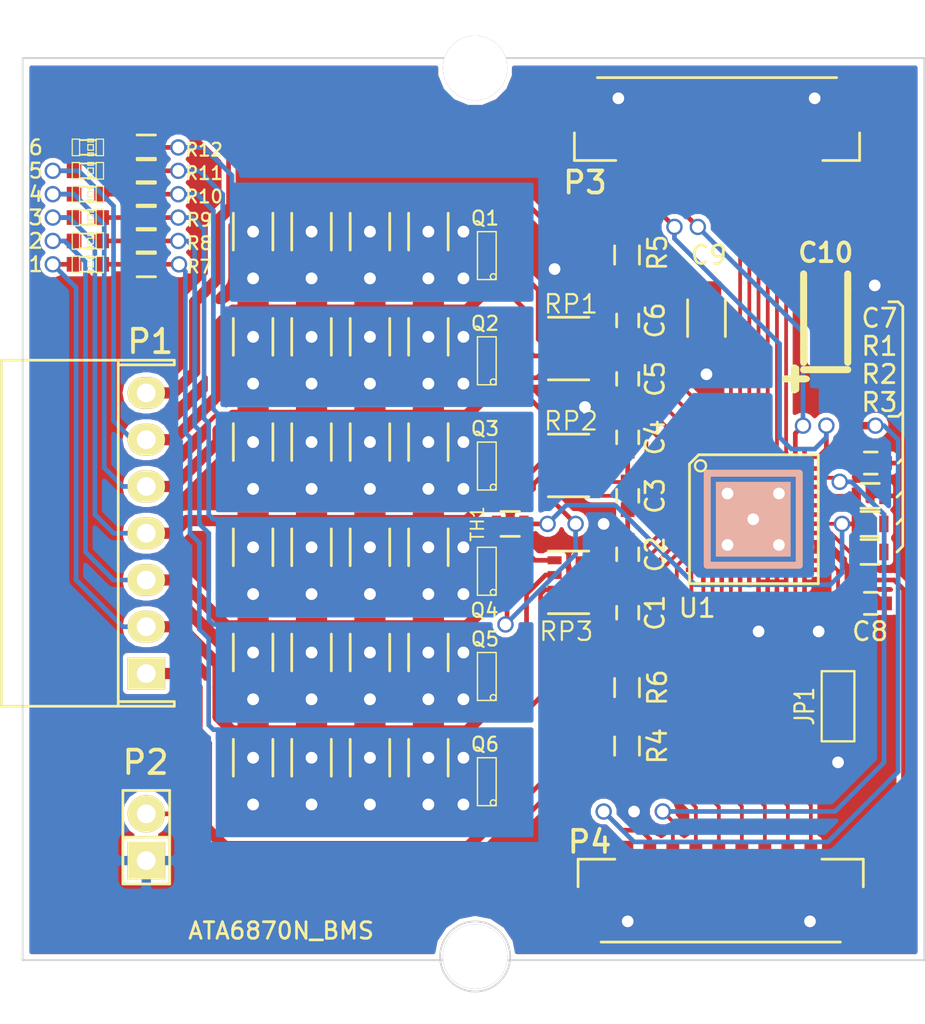
<source format=kicad_pcb>
(kicad_pcb (version 4) (host pcbnew "(2014-10-13 BZR 5186)-product")
  (title_block (title "BMS slave Prototype") (rev 1))
  (layers (0 F.Cu signal) (31 B.Cu signal hide) (34 B.Paste user) (35 F.Paste user) (36 B.SilkS user) (37 F.SilkS user) (38 B.Mask user) (39 F.Mask user) (44 Edge.Cuts user))
  (net 0 "")
  (net 1 +BATT)
  (net 2 GND)
  (net 3 +3.3V)
  (net 4 "Net-(D1-Pad1)")
  (net 5 "Net-(D1-Pad2)")
  (net 6 "Net-(D2-Pad1)")
  (net 7 "Net-(D2-Pad2)")
  (net 8 "Net-(D3-Pad1)")
  (net 9 "Net-(D3-Pad2)")
  (net 10 "Net-(D4-Pad1)")
  (net 11 "Net-(D4-Pad2)")
  (net 12 "Net-(D5-Pad1)")
  (net 13 "Net-(D5-Pad2)")
  (net 14 "Net-(D6-Pad1)")
  (net 15 "Net-(D6-Pad2)")
  (net 16 "Net-(JP1-Pad2)")
  (net 17 "Net-(P1-Pad1)")
  (net 18 "Net-(P2-Pad2)")
  (net 19 "Net-(P3-Pad1)")
  (net 20 "Net-(P3-Pad2)")
  (net 21 "Net-(P3-Pad3)")
  (net 22 "Net-(P3-Pad4)")
  (net 23 "Net-(P3-Pad5)")
  (net 24 "Net-(P3-Pad6)")
  (net 25 "Net-(P3-Pad7)")
  (net 26 "Net-(P3-Pad8)")
  (net 27 "Net-(P4-Pad4)")
  (net 28 "Net-(P4-Pad5)")
  (net 29 "Net-(P4-Pad6)")
  (net 30 "Net-(P4-Pad7)")
  (net 31 "Net-(P4-Pad8)")
  (net 32 "Net-(P4-Pad9)")
  (net 33 /DISCH6)
  (net 34 /DISCH5)
  (net 35 /DISCH4)
  (net 36 /DISCH3)
  (net 37 /DISCH2)
  (net 38 /DISCH1)
  (net 39 "Net-(Q1-Pad3)")
  (net 40 "Net-(Q2-Pad3)")
  (net 41 "Net-(Q3-Pad3)")
  (net 42 "Net-(Q4-Pad3)")
  (net 43 "Net-(Q5-Pad3)")
  (net 44 "Net-(Q6-Pad3)")
  (net 45 "Net-(P4-Pad3)")
  (net 46 "Net-(C1-Pad1)")
  (net 47 "Net-(C1-Pad2)")
  (net 48 "Net-(C2-Pad1)")
  (net 49 "Net-(C3-Pad1)")
  (net 50 "Net-(C4-Pad1)")
  (net 51 "Net-(C5-Pad1)")
  (net 52 "Net-(C6-Pad1)")
  (net 53 "Net-(C8-Pad1)")
  (net 54 "Net-(R1-Pad2)")
  (net 55 "Net-(R2-Pad1)")
  (net 56 "Net-(R2-Pad2)")
  (net 57 "Net-(Q1-Pad1)")
  (net 58 "Net-(Q2-Pad1)")
  (net 59 "Net-(Q3-Pad1)")
  (net 60 "Net-(Q4-Pad1)")
  (net 61 "Net-(Q5-Pad1)")
  (net 62 "Net-(Q6-Pad1)")
  (net 63 ThermalGnd)
  (module MasCustomParts:Connector_SMD_GH_SIDECONN_1X9_1.25MM_45515711ND (layer F.Cu) (at 203.835 151.765)
    (fp_text reference P4 (at -7.0216 -4.1888 180) (layer F.SilkS) (effects (font (size 1.2 1.2) (thickness 0.2))))
    (fp_text value CONN_01X09 hide)
    (pad 1 smd rect (at -5 -3.4) (size 0.7 1.7) (layers F.Cu F.Paste F.Mask) (net 2 GND))
    (pad "" smd rect (at -7.15 0) (size 1 2.8) (layers F.Cu F.Paste F.Mask))
    (pad 2 smd rect (at -3.75 -3.4) (size 0.7 1.7) (layers F.Cu F.Paste F.Mask) (net 3 +3.3V))
    (pad 3 smd rect (at -2.5 -3.4) (size 0.7 1.7) (layers F.Cu F.Paste F.Mask) (net 45 "Net-(P4-Pad3)"))
    (pad 4 smd rect (at -1.25 -3.4) (size 0.7 1.7) (layers F.Cu F.Paste F.Mask) (net 27 "Net-(P4-Pad4)"))
    (pad 5 smd rect (at 0 -3.4) (size 0.7 1.7) (layers F.Cu F.Paste F.Mask) (net 28 "Net-(P4-Pad5)"))
    (pad 6 smd rect (at 1.25 -3.4) (size 0.7 1.7) (layers F.Cu F.Paste F.Mask) (net 29 "Net-(P4-Pad6)"))
    (pad 7 smd rect (at 2.5 -3.4) (size 0.7 1.7) (layers F.Cu F.Paste F.Mask) (net 30 "Net-(P4-Pad7)"))
    (pad 8 smd rect (at 3.75 -3.4) (size 0.7 1.7) (layers F.Cu F.Paste F.Mask) (net 31 "Net-(P4-Pad8)"))
    (pad 9 smd rect (at 5 -3.4) (size 0.7 1.7) (layers F.Cu F.Paste F.Mask) (net 32 "Net-(P4-Pad9)"))
    (pad "" smd rect (at 7.35 0) (size 1 2.8) (layers F.Cu F.Paste F.Mask))
  )
  (module Capacitors_Tantalum_SMD:TantalC_SizeA_EIA-3216_Reflow (layer F.Cu) (at 209.6404 119.1282 90)
    (fp_text reference C10 (at 3.556 0 180) (layer F.SilkS) (effects (font (size 1.016 1.016) (thickness 0.2032))))
    (fp_text value "33uF PolC" hide)
    (fp_text user + (at -3.29946 -1.69926 90) (layer F.SilkS) (effects (font (thickness 0.3048))))
    (pad 2 smd rect (at 1.3589 0 90) (size 1.95072 1.50114) (layers F.Cu F.Paste F.Mask) (net 2 GND))
    (pad 1 smd rect (at -1.3589 0 90) (size 1.95072 1.50114) (layers F.Cu F.Paste F.Mask) (net 3 +3.3V))
  )
  (module Capacitors_SMD:C_0603 (layer F.Cu) (at 198.882 119.253 270)
    (fp_text reference C6 (at 0.0022 -1.4874 270) (layer F.SilkS))
    (fp_text value 100nF hide)
    (pad 1 smd rect (at -0.75 0 270) (size 0.8 0.75) (layers F.Cu F.Paste F.Mask) (net 52 "Net-(C6-Pad1)"))
    (pad 2 smd rect (at 0.75 0 270) (size 0.8 0.75) (layers F.Cu F.Paste F.Mask) (net 51 "Net-(C5-Pad1)"))
  )
  (module Capacitors_SMD:C_0603 (layer F.Cu) (at 198.882 122.428 270)
    (fp_text reference C5 (at 0.0022 -1.4874 270) (layer F.SilkS))
    (fp_text value 100nF hide)
    (pad 1 smd rect (at -0.75 0 270) (size 0.8 0.75) (layers F.Cu F.Paste F.Mask) (net 51 "Net-(C5-Pad1)"))
    (pad 2 smd rect (at 0.75 0 270) (size 0.8 0.75) (layers F.Cu F.Paste F.Mask) (net 50 "Net-(C4-Pad1)"))
  )
  (module Capacitors_SMD:C_0603 (layer F.Cu) (at 198.882 125.603 270)
    (fp_text reference C4 (at 0.0022 -1.4874 270) (layer F.SilkS))
    (fp_text value 100nF hide)
    (pad 1 smd rect (at -0.75 0 270) (size 0.8 0.75) (layers F.Cu F.Paste F.Mask) (net 50 "Net-(C4-Pad1)"))
    (pad 2 smd rect (at 0.75 0 270) (size 0.8 0.75) (layers F.Cu F.Paste F.Mask) (net 49 "Net-(C3-Pad1)"))
  )
  (module Capacitors_SMD:C_0603 (layer F.Cu) (at 198.882 128.778 270)
    (fp_text reference C3 (at 0.0022 -1.4874 270) (layer F.SilkS))
    (fp_text value 100nF hide)
    (pad 1 smd rect (at -0.75 0 270) (size 0.8 0.75) (layers F.Cu F.Paste F.Mask) (net 49 "Net-(C3-Pad1)"))
    (pad 2 smd rect (at 0.75 0 270) (size 0.8 0.75) (layers F.Cu F.Paste F.Mask) (net 48 "Net-(C2-Pad1)"))
  )
  (module Capacitors_SMD:C_0603 (layer F.Cu) (at 198.882 131.953 270)
    (fp_text reference C2 (at 0.0022 -1.4874 270) (layer F.SilkS))
    (fp_text value 100nF hide)
    (pad 1 smd rect (at -0.75 0 270) (size 0.8 0.75) (layers F.Cu F.Paste F.Mask) (net 48 "Net-(C2-Pad1)"))
    (pad 2 smd rect (at 0.75 0 270) (size 0.8 0.75) (layers F.Cu F.Paste F.Mask) (net 46 "Net-(C1-Pad1)"))
  )
  (module Capacitors_SMD:C_0603 (layer F.Cu) (at 198.882 135.128 270)
    (fp_text reference C1 (at 0.0022 -1.4874 270) (layer F.SilkS))
    (fp_text value 100nF hide)
    (pad 1 smd rect (at -0.75 0 270) (size 0.8 0.75) (layers F.Cu F.Paste F.Mask) (net 46 "Net-(C1-Pad1)"))
    (pad 2 smd rect (at 0.75 0 270) (size 0.8 0.75) (layers F.Cu F.Paste F.Mask) (net 47 "Net-(C1-Pad2)"))
  )
  (module Capacitors_SMD:C_0603 (layer F.Cu) (at 212.09 134.62)
    (fp_text reference C8 (at -0.0366 1.5262) (layer F.SilkS))
    (fp_text value 100nF hide)
    (pad 1 smd rect (at -0.75 0) (size 0.8 0.75) (layers F.Cu F.Paste F.Mask) (net 53 "Net-(C8-Pad1)"))
    (pad 2 smd rect (at 0.75 0) (size 0.8 0.75) (layers F.Cu F.Paste F.Mask) (net 2 GND))
  )
  (module Capacitors_SMD:C_0603 (layer F.Cu) (at 212.09 127)
    (fp_text reference C7 (at 0.4714 -7.8718) (layer F.SilkS))
    (fp_text value 100nF hide)
    (pad 1 smd rect (at -0.75 0) (size 0.8 0.75) (layers F.Cu F.Paste F.Mask) (net 3 +3.3V))
    (pad 2 smd rect (at 0.75 0) (size 0.8 0.75) (layers F.Cu F.Paste F.Mask) (net 2 GND))
  )
  (module LEDs:LED-0603 (layer F.Cu) (at 169.545 109.855)
    (fp_text reference D1 hide)
    (fp_text value LED hide)
    (pad 1 smd rect (at -0.7493 0) (size 0.79756 0.79756) (layers F.Cu F.Paste F.Mask) (net 4 "Net-(D1-Pad1)"))
    (pad 2 smd rect (at 0.7493 0) (size 0.79756 0.79756) (layers F.Cu F.Paste F.Mask) (net 5 "Net-(D1-Pad2)"))
  )
  (module LEDs:LED-0603 (layer F.Cu) (at 169.545 111.125)
    (fp_text reference D2 hide)
    (fp_text value LED hide)
    (pad 1 smd rect (at -0.7493 0) (size 0.79756 0.79756) (layers F.Cu F.Paste F.Mask) (net 6 "Net-(D2-Pad1)"))
    (pad 2 smd rect (at 0.7493 0) (size 0.79756 0.79756) (layers F.Cu F.Paste F.Mask) (net 7 "Net-(D2-Pad2)"))
  )
  (module LEDs:LED-0603 (layer F.Cu) (at 169.545 112.395)
    (fp_text reference D3 hide)
    (fp_text value LED hide)
    (pad 1 smd rect (at -0.7493 0) (size 0.79756 0.79756) (layers F.Cu F.Paste F.Mask) (net 8 "Net-(D3-Pad1)"))
    (pad 2 smd rect (at 0.7493 0) (size 0.79756 0.79756) (layers F.Cu F.Paste F.Mask) (net 9 "Net-(D3-Pad2)"))
  )
  (module LEDs:LED-0603 (layer F.Cu) (at 169.545 113.665)
    (fp_text reference D4 hide)
    (fp_text value LED hide)
    (pad 1 smd rect (at -0.7493 0) (size 0.79756 0.79756) (layers F.Cu F.Paste F.Mask) (net 10 "Net-(D4-Pad1)"))
    (pad 2 smd rect (at 0.7493 0) (size 0.79756 0.79756) (layers F.Cu F.Paste F.Mask) (net 11 "Net-(D4-Pad2)"))
  )
  (module LEDs:LED-0603 (layer F.Cu) (at 169.545 114.935)
    (fp_text reference D5 hide)
    (fp_text value LED hide)
    (pad 1 smd rect (at -0.7493 0) (size 0.79756 0.79756) (layers F.Cu F.Paste F.Mask) (net 12 "Net-(D5-Pad1)"))
    (pad 2 smd rect (at 0.7493 0) (size 0.79756 0.79756) (layers F.Cu F.Paste F.Mask) (net 13 "Net-(D5-Pad2)"))
  )
  (module LEDs:LED-0603 (layer F.Cu) (at 169.545 116.205)
    (fp_text reference D6 hide)
    (fp_text value LED hide)
    (pad 1 smd rect (at -0.7493 0) (size 0.79756 0.79756) (layers F.Cu F.Paste F.Mask) (net 14 "Net-(D6-Pad1)"))
    (pad 2 smd rect (at 0.7493 0) (size 0.79756 0.79756) (layers F.Cu F.Paste F.Mask) (net 15 "Net-(D6-Pad2)"))
  )
  (module Connect:GS3 (layer F.Cu) (at 210.312 140.208)
    (fp_text reference JP1 (at -1.8146 0.0022 90) (layer F.SilkS) (effects (font (size 1.016 0.762) (thickness 0.127))))
    (fp_text value JUMPER3 hide)
    (pad 1 smd rect (at 0 -1.27) (size 1.27 0.9652) (layers F.Cu F.Paste F.Mask) (net 53 "Net-(C8-Pad1)"))
    (pad 2 smd rect (at 0 0) (size 1.27 0.9652) (layers F.Cu F.Paste F.Mask) (net 16 "Net-(JP1-Pad2)"))
    (pad 3 smd rect (at 0 1.27) (size 1.27 0.9652) (layers F.Cu F.Paste F.Mask) (net 2 GND))
  )
  (module Resistors_SMD:R_0603 (layer F.Cu) (at 172.72 109.855 180)
    (fp_text reference R12 (at -3.1384 -0.1292 180) (layer F.SilkS) (effects (font (size 0.7 0.7) (thickness 0.12))))
    (fp_text value 100Ω hide)
    (pad 1 smd rect (at -0.75 0 180) (size 0.5 0.9) (layers F.Cu F.Paste F.Mask) (net 39 "Net-(Q1-Pad3)"))
    (pad 2 smd rect (at 0.75 0 180) (size 0.5 0.9) (layers F.Cu F.Paste F.Mask) (net 5 "Net-(D1-Pad2)"))
  )
  (module Resistors_SMD:R_0603 (layer F.Cu) (at 172.72 111.125 180)
    (fp_text reference R11 (at -3.1384 -0.1292 180) (layer F.SilkS) (effects (font (size 0.7 0.7) (thickness 0.12))))
    (fp_text value 100Ω hide)
    (pad 1 smd rect (at -0.75 0 180) (size 0.5 0.9) (layers F.Cu F.Paste F.Mask) (net 40 "Net-(Q2-Pad3)"))
    (pad 2 smd rect (at 0.75 0 180) (size 0.5 0.9) (layers F.Cu F.Paste F.Mask) (net 7 "Net-(D2-Pad2)"))
  )
  (module Resistors_SMD:R_0603 (layer F.Cu) (at 172.72 112.395 180)
    (fp_text reference R10 (at -3.1384 -0.1292 180) (layer F.SilkS) (effects (font (size 0.7 0.7) (thickness 0.12))))
    (fp_text value 100Ω hide)
    (pad 1 smd rect (at -0.75 0 180) (size 0.5 0.9) (layers F.Cu F.Paste F.Mask) (net 41 "Net-(Q3-Pad3)"))
    (pad 2 smd rect (at 0.75 0 180) (size 0.5 0.9) (layers F.Cu F.Paste F.Mask) (net 9 "Net-(D3-Pad2)"))
  )
  (module Resistors_SMD:R_0603 (layer F.Cu) (at 172.72 113.665 180)
    (fp_text reference R9 (at -2.8844 -0.1292 180) (layer F.SilkS) (effects (font (size 0.7 0.7) (thickness 0.12))))
    (fp_text value 100Ω hide)
    (pad 1 smd rect (at -0.75 0 180) (size 0.5 0.9) (layers F.Cu F.Paste F.Mask) (net 42 "Net-(Q4-Pad3)"))
    (pad 2 smd rect (at 0.75 0 180) (size 0.5 0.9) (layers F.Cu F.Paste F.Mask) (net 11 "Net-(D4-Pad2)"))
  )
  (module Resistors_SMD:R_0603 (layer F.Cu) (at 172.72 114.935 180)
    (fp_text reference R8 (at -2.8844 -0.1292 180) (layer F.SilkS) (effects (font (size 0.7 0.7) (thickness 0.12))))
    (fp_text value 100Ω hide)
    (pad 1 smd rect (at -0.75 0 180) (size 0.5 0.9) (layers F.Cu F.Paste F.Mask) (net 43 "Net-(Q5-Pad3)"))
    (pad 2 smd rect (at 0.75 0 180) (size 0.5 0.9) (layers F.Cu F.Paste F.Mask) (net 13 "Net-(D5-Pad2)"))
  )
  (module Resistors_SMD:R_0603 (layer F.Cu) (at 172.72 116.205 180)
    (fp_text reference R7 (at -2.8844 -0.1292 180) (layer F.SilkS) (effects (font (size 0.7 0.7) (thickness 0.12))))
    (fp_text value 100Ω hide)
    (pad 1 smd rect (at -0.75 0 180) (size 0.5 0.9) (layers F.Cu F.Paste F.Mask) (net 44 "Net-(Q6-Pad3)"))
    (pad 2 smd rect (at 0.75 0 180) (size 0.5 0.9) (layers F.Cu F.Paste F.Mask) (net 15 "Net-(D6-Pad2)"))
  )
  (module Resistors_SMD:R_0603 (layer F.Cu) (at 192.4954 130.3042 180)
    (fp_text reference TH1 (at 1.778 0 270) (layer F.SilkS) (effects (font (size 0.7 0.7) (thickness 0.1))))
    (fp_text value THERMISTOR hide)
    (pad 1 smd rect (at -0.75 0 180) (size 0.5 0.9) (layers F.Cu F.Paste F.Mask) (net 56 "Net-(R2-Pad2)"))
    (pad 2 smd rect (at 0.75 0 180) (size 0.5 0.9) (layers F.Cu F.Paste F.Mask) (net 2 GND))
  )
  (module SMD_Packages:QFN-48-1EP (layer F.Cu) (at 205.74 130.048)
    (fp_text reference U1 (at -3.0846 4.8282) (layer F.SilkS))
    (fp_text value ATA6870N_BMS (at -25.6906 22.3542) (layer F.SilkS) (effects (font (size 0.9 0.9))))
    (pad 1 smd rect (at -3.39852 -2.74828) (size 0.59944 0.24892) (layers F.Cu F.Paste F.Mask) (net 34 /DISCH5))
    (pad 2 smd rect (at -3.39852 -2.2479) (size 0.59944 0.24892) (layers F.Cu F.Paste F.Mask) (net 50 "Net-(C4-Pad1)"))
    (pad 3 smd rect (at -3.39852 -1.74752) (size 0.59944 0.24892) (layers F.Cu F.Paste F.Mask) (net 35 /DISCH4))
    (pad 4 smd rect (at -3.39852 -1.24714) (size 0.59944 0.24892) (layers F.Cu F.Paste F.Mask) (net 49 "Net-(C3-Pad1)"))
    (pad 5 smd rect (at -3.39852 -0.7493) (size 0.59944 0.24892) (layers F.Cu F.Paste F.Mask) (net 36 /DISCH3))
    (pad 6 smd rect (at -3.39852 -0.24892) (size 0.59944 0.24892) (layers F.Cu F.Paste F.Mask) (net 48 "Net-(C2-Pad1)"))
    (pad 7 smd rect (at -3.39852 0.25146) (size 0.59944 0.24892) (layers F.Cu F.Paste F.Mask) (net 37 /DISCH2))
    (pad 8 smd rect (at -3.39852 0.75184) (size 0.59944 0.24892) (layers F.Cu F.Paste F.Mask) (net 46 "Net-(C1-Pad1)"))
    (pad 9 smd rect (at -3.39852 1.25222) (size 0.59944 0.24892) (layers F.Cu F.Paste F.Mask) (net 38 /DISCH1))
    (pad 10 smd rect (at -3.39852 1.7526) (size 0.59944 0.24892) (layers F.Cu F.Paste F.Mask) (net 47 "Net-(C1-Pad2)"))
    (pad 11 smd rect (at -3.39852 2.25298) (size 0.59944 0.24892) (layers F.Cu F.Paste F.Mask) (net 27 "Net-(P4-Pad4)"))
    (pad 12 smd rect (at -3.39852 2.75082) (size 0.59944 0.24892) (layers F.Cu F.Paste F.Mask) (net 28 "Net-(P4-Pad5)"))
    (pad 33 smd rect (at 3.39852 -1.25222) (size 0.59944 0.24892) (layers F.Cu F.Paste F.Mask))
    (pad 34 smd rect (at 3.39852 -1.75006) (size 0.59944 0.24892) (layers F.Cu F.Paste F.Mask) (net 53 "Net-(C8-Pad1)"))
    (pad 35 smd rect (at 3.39852 -2.25044) (size 0.59944 0.24892) (layers F.Cu F.Paste F.Mask) (net 45 "Net-(P4-Pad3)"))
    (pad 36 smd rect (at 3.39852 -2.75082) (size 0.59944 0.24892) (layers F.Cu F.Paste F.Mask) (net 3 +3.3V))
    (pad 17 smd rect (at -0.7493 3.40106) (size 0.24892 0.59944) (layers F.Cu F.Paste F.Mask) (net 16 "Net-(JP1-Pad2)"))
    (pad 18 smd rect (at -0.25 3.4) (size 0.24892 0.59944) (layers F.Cu F.Paste F.Mask))
    (pad 19 smd rect (at 0.24892 3.40106) (size 0.24892 0.59944) (layers F.Cu F.Paste F.Mask) (net 2 GND))
    (pad 20 smd rect (at 0.7493 3.40106) (size 0.24892 0.59944) (layers F.Cu F.Paste F.Mask) (net 2 GND))
    (pad 21 smd rect (at 1.24968 3.40106) (size 0.24892 0.59944) (layers F.Cu F.Paste F.Mask) (net 2 GND))
    (pad 22 smd rect (at 1.75006 3.40106) (size 0.24892 0.59944) (layers F.Cu F.Paste F.Mask) (net 2 GND))
    (pad 23 smd rect (at 2.25044 3.40106) (size 0.24892 0.59944) (layers F.Cu F.Paste F.Mask) (net 53 "Net-(C8-Pad1)"))
    (pad 24 smd rect (at 2.75082 3.40106) (size 0.24892 0.59944) (layers F.Cu F.Paste F.Mask) (net 2 GND))
    (pad 13 smd rect (at -2.74828 3.40106) (size 0.24892 0.59944) (layers F.Cu F.Paste F.Mask) (net 29 "Net-(P4-Pad6)"))
    (pad 14 smd rect (at -2.2479 3.40106) (size 0.24892 0.59944) (layers F.Cu F.Paste F.Mask) (net 30 "Net-(P4-Pad7)"))
    (pad 15 smd rect (at -1.74752 3.40106) (size 0.24892 0.59944) (layers F.Cu F.Paste F.Mask) (net 31 "Net-(P4-Pad8)"))
    (pad 16 smd rect (at -1.24968 3.40106) (size 0.24892 0.59944) (layers F.Cu F.Paste F.Mask) (net 32 "Net-(P4-Pad9)"))
    (pad 25 smd rect (at 3.39852 2.74828) (size 0.59944 0.24892) (layers F.Cu F.Paste F.Mask))
    (pad 26 smd rect (at 3.40106 2.2479) (size 0.59944 0.24892) (layers F.Cu F.Paste F.Mask) (net 53 "Net-(C8-Pad1)"))
    (pad 27 smd rect (at 3.40106 1.75006) (size 0.59944 0.24892) (layers F.Cu F.Paste F.Mask) (net 2 GND))
    (pad 28 smd rect (at 3.40106 1.24968) (size 0.59944 0.24892) (layers F.Cu F.Paste F.Mask) (net 2 GND))
    (pad 29 smd rect (at 3.40106 0.7493) (size 0.59944 0.24892) (layers F.Cu F.Paste F.Mask) (net 18 "Net-(P2-Pad2)"))
    (pad 30 smd rect (at 3.40106 0.24892) (size 0.59944 0.24892) (layers F.Cu F.Paste F.Mask) (net 56 "Net-(R2-Pad2)"))
    (pad 31 smd rect (at 3.40106 -0.25146) (size 0.59944 0.24892) (layers F.Cu F.Paste F.Mask) (net 55 "Net-(R2-Pad1)"))
    (pad 32 smd rect (at 3.40106 -0.75184) (size 0.59944 0.24892) (layers F.Cu F.Paste F.Mask) (net 54 "Net-(R1-Pad2)"))
    (pad 37 smd rect (at 2.75082 -3.39852) (size 0.24892 0.59944) (layers F.Cu F.Paste F.Mask) (net 26 "Net-(P3-Pad8)"))
    (pad 38 smd rect (at 2.25044 -3.39852) (size 0.24892 0.59944) (layers F.Cu F.Paste F.Mask) (net 25 "Net-(P3-Pad7)"))
    (pad 39 smd rect (at 1.75006 -3.39852) (size 0.24892 0.59944) (layers F.Cu F.Paste F.Mask) (net 19 "Net-(P3-Pad1)"))
    (pad 40 smd rect (at 1.25222 -3.39852) (size 0.24892 0.59944) (layers F.Cu F.Paste F.Mask) (net 20 "Net-(P3-Pad2)"))
    (pad 41 smd rect (at 0.75184 -3.39852) (size 0.24892 0.59944) (layers F.Cu F.Paste F.Mask) (net 21 "Net-(P3-Pad3)"))
    (pad 42 smd rect (at 0.25146 -3.39852) (size 0.24892 0.59944) (layers F.Cu F.Paste F.Mask) (net 22 "Net-(P3-Pad4)"))
    (pad 43 smd rect (at -0.24892 -3.39852) (size 0.24892 0.59944) (layers F.Cu F.Paste F.Mask) (net 23 "Net-(P3-Pad5)"))
    (pad 44 smd rect (at -0.7493 -3.39852) (size 0.24892 0.59944) (layers F.Cu F.Paste F.Mask) (net 24 "Net-(P3-Pad6)"))
    (pad 45 smd rect (at -1.24968 -3.39852) (size 0.24892 0.59944) (layers F.Cu F.Paste F.Mask) (net 1 +BATT))
    (pad 46 smd rect (at -1.75006 -3.39852) (size 0.24892 0.59944) (layers F.Cu F.Paste F.Mask) (net 52 "Net-(C6-Pad1)"))
    (pad 47 smd rect (at -2.2479 -3.39852) (size 0.24892 0.59944) (layers F.Cu F.Paste F.Mask) (net 33 /DISCH6))
    (pad 48 smd rect (at -2.74828 -3.39852) (size 0.24892 0.59944) (layers F.Cu F.Paste F.Mask) (net 51 "Net-(C5-Pad1)"))
    (pad 49 smd rect (at 0 0 270) (size 5.15 5.15) (layers F.Cu F.Paste F.Mask))
  )
  (module MasCustomParts:Connector_SMD_GH_SIDECONN_1X9_1.25MM_45515711ND (layer F.Cu) (at 203.835 107.315 180)
    (fp_text reference P3 (at 7.2756 -4.4472 180) (layer F.SilkS) (effects (font (size 1.2 1.2) (thickness 0.2))))
    (fp_text value CONN_01X09 hide)
    (pad 1 smd rect (at -5 -3.4 180) (size 0.7 1.7) (layers F.Cu F.Paste F.Mask) (net 19 "Net-(P3-Pad1)"))
    (pad "" smd rect (at -7.15 0 180) (size 1 2.8) (layers F.Cu F.Paste F.Mask))
    (pad 2 smd rect (at -3.75 -3.4 180) (size 0.7 1.7) (layers F.Cu F.Paste F.Mask) (net 20 "Net-(P3-Pad2)"))
    (pad 3 smd rect (at -2.5 -3.4 180) (size 0.7 1.7) (layers F.Cu F.Paste F.Mask) (net 21 "Net-(P3-Pad3)"))
    (pad 4 smd rect (at -1.25 -3.4 180) (size 0.7 1.7) (layers F.Cu F.Paste F.Mask) (net 22 "Net-(P3-Pad4)"))
    (pad 5 smd rect (at 0 -3.4 180) (size 0.7 1.7) (layers F.Cu F.Paste F.Mask) (net 23 "Net-(P3-Pad5)"))
    (pad 6 smd rect (at 1.25 -3.4 180) (size 0.7 1.7) (layers F.Cu F.Paste F.Mask) (net 24 "Net-(P3-Pad6)"))
    (pad 7 smd rect (at 2.5 -3.4 180) (size 0.7 1.7) (layers F.Cu F.Paste F.Mask) (net 25 "Net-(P3-Pad7)"))
    (pad 8 smd rect (at 3.75 -3.4 180) (size 0.7 1.7) (layers F.Cu F.Paste F.Mask) (net 26 "Net-(P3-Pad8)"))
    (pad 9 smd rect (at 5 -3.4 180) (size 0.7 1.7) (layers F.Cu F.Paste F.Mask) (net 1 +BATT))
    (pad "" smd rect (at 7.35 0 180) (size 1 2.8) (layers F.Cu F.Paste F.Mask))
  )
  (module Capacitors_SMD:C_1206 (layer F.Cu) (at 203.1634 119.1282 270)
    (fp_text reference C9 (at -3.429 -0.127 360) (layer F.SilkS))
    (fp_text value "10uF PolC" hide)
    (pad 1 smd rect (at -1.5 0 270) (size 1 1.6) (layers F.Cu F.Paste F.Mask) (net 1 +BATT))
    (pad 2 smd rect (at 1.5 0 270) (size 1 1.6) (layers F.Cu F.Paste F.Mask) (net 2 GND))
  )
  (module Resistors_SMD:R_0603 (layer F.Cu) (at 212.0534 128.7802 180)
    (fp_text reference R1 (at -0.508 8.128 180) (layer F.SilkS))
    (fp_text value 121KΩ hide)
    (pad 1 smd rect (at -0.75 0 180) (size 0.5 0.9) (layers F.Cu F.Paste F.Mask) (net 2 GND))
    (pad 2 smd rect (at 0.75 0 180) (size 0.5 0.9) (layers F.Cu F.Paste F.Mask) (net 54 "Net-(R1-Pad2)"))
  )
  (module Resistors_SMD:R_0603 (layer F.Cu) (at 212.0534 130.3042 180)
    (fp_text reference R2 (at -0.508 8.128 180) (layer F.SilkS))
    (fp_text value 10KΩ hide)
    (pad 1 smd rect (at -0.75 0 180) (size 0.5 0.9) (layers F.Cu F.Paste F.Mask) (net 55 "Net-(R2-Pad1)"))
    (pad 2 smd rect (at 0.75 0 180) (size 0.5 0.9) (layers F.Cu F.Paste F.Mask) (net 56 "Net-(R2-Pad2)"))
  )
  (module Resistors_SMD:R_0603 (layer F.Cu) (at 212.0534 131.8282 180)
    (fp_text reference R3 (at -0.508 8.128 180) (layer F.SilkS))
    (fp_text value 10KΩ hide)
    (pad 1 smd rect (at -0.75 0 180) (size 0.5 0.9) (layers F.Cu F.Paste F.Mask) (net 55 "Net-(R2-Pad1)"))
    (pad 2 smd rect (at 0.75 0 180) (size 0.5 0.9) (layers F.Cu F.Paste F.Mask) (net 18 "Net-(P2-Pad2)"))
  )
  (module Resistors_SMD:R_0603 (layer F.Cu) (at 198.8454 142.3692 90)
    (fp_text reference R4 (at 0 1.651 90) (layer F.SilkS))
    (fp_text value 10Ω hide)
    (pad 1 smd rect (at -0.75 0 90) (size 0.5 0.9) (layers F.Cu F.Paste F.Mask) (net 2 GND))
    (pad 2 smd rect (at 0.75 0 90) (size 0.5 0.9) (layers F.Cu F.Paste F.Mask) (net 17 "Net-(P1-Pad1)"))
  )
  (module Resistors_SMD:R_0603 (layer F.Cu) (at 198.8454 115.6992 270)
    (fp_text reference R5 (at -0.127 -1.651 270) (layer F.SilkS))
    (fp_text value 10Ω hide)
    (pad 1 smd rect (at -0.75 0 270) (size 0.5 0.9) (layers F.Cu F.Paste F.Mask) (net 1 +BATT))
    (pad 2 smd rect (at 0.75 0 270) (size 0.5 0.9) (layers F.Cu F.Paste F.Mask) (net 4 "Net-(D1-Pad1)"))
  )
  (module Resistors_SMD:R_1206 (layer F.Cu) (at 181.7004 114.4292 270)
    (fp_text reference R20)
    (fp_text value 82.5Ω hide)
    (pad 1 smd rect (at -1.45 0 270) (size 0.9 1.7) (layers F.Cu F.Paste F.Mask) (net 4 "Net-(D1-Pad1)"))
    (pad 2 smd rect (at 1.45 0 270) (size 0.9 1.7) (layers F.Cu F.Paste F.Mask) (net 39 "Net-(Q1-Pad3)"))
  )
  (module Resistors_SMD:R_1206 (layer F.Cu) (at 178.5254 114.4292 270)
    (fp_text reference R21)
    (fp_text value 82.5Ω hide)
    (pad 1 smd rect (at -1.45 0 270) (size 0.9 1.7) (layers F.Cu F.Paste F.Mask) (net 4 "Net-(D1-Pad1)"))
    (pad 2 smd rect (at 1.45 0 270) (size 0.9 1.7) (layers F.Cu F.Paste F.Mask) (net 39 "Net-(Q1-Pad3)"))
  )
  (module Resistors_SMD:R_1206 (layer F.Cu) (at 181.7004 120.1442 270)
    (fp_text reference R25)
    (fp_text value 82.5Ω hide)
    (pad 1 smd rect (at -1.45 0 270) (size 0.9 1.7) (layers F.Cu F.Paste F.Mask) (net 6 "Net-(D2-Pad1)"))
    (pad 2 smd rect (at 1.45 0 270) (size 0.9 1.7) (layers F.Cu F.Paste F.Mask) (net 40 "Net-(Q2-Pad3)"))
  )
  (module Resistors_SMD:R_1206 (layer F.Cu) (at 184.8754 120.1442 270)
    (fp_text reference R26)
    (fp_text value 82.5Ω hide)
    (pad 1 smd rect (at -1.45 0 270) (size 0.9 1.7) (layers F.Cu F.Paste F.Mask) (net 6 "Net-(D2-Pad1)"))
    (pad 2 smd rect (at 1.45 0 270) (size 0.9 1.7) (layers F.Cu F.Paste F.Mask) (net 40 "Net-(Q2-Pad3)"))
  )
  (module Resistors_SMD:R_1206 (layer F.Cu) (at 188.0504 120.1442 270)
    (fp_text reference R27)
    (fp_text value 82.5Ω hide)
    (pad 1 smd rect (at -1.45 0 270) (size 0.9 1.7) (layers F.Cu F.Paste F.Mask) (net 6 "Net-(D2-Pad1)"))
    (pad 2 smd rect (at 1.45 0 270) (size 0.9 1.7) (layers F.Cu F.Paste F.Mask) (net 40 "Net-(Q2-Pad3)"))
  )
  (module Resistors_SMD:R_1206 (layer F.Cu) (at 184.8754 125.8592 270)
    (fp_text reference R28)
    (fp_text value 82.5Ω hide)
    (pad 1 smd rect (at -1.45 0 270) (size 0.9 1.7) (layers F.Cu F.Paste F.Mask) (net 8 "Net-(D3-Pad1)"))
    (pad 2 smd rect (at 1.45 0 270) (size 0.9 1.7) (layers F.Cu F.Paste F.Mask) (net 41 "Net-(Q3-Pad3)"))
  )
  (module Resistors_SMD:R_1206 (layer F.Cu) (at 188.0504 125.8592 270)
    (fp_text reference R29)
    (fp_text value 82.5Ω hide)
    (pad 1 smd rect (at -1.45 0 270) (size 0.9 1.7) (layers F.Cu F.Paste F.Mask) (net 8 "Net-(D3-Pad1)"))
    (pad 2 smd rect (at 1.45 0 270) (size 0.9 1.7) (layers F.Cu F.Paste F.Mask) (net 41 "Net-(Q3-Pad3)"))
  )
  (module Resistors_SMD:R_1206 (layer F.Cu) (at 181.7004 125.8592 270)
    (fp_text reference R30)
    (fp_text value 82.5Ω hide)
    (pad 1 smd rect (at -1.45 0 270) (size 0.9 1.7) (layers F.Cu F.Paste F.Mask) (net 8 "Net-(D3-Pad1)"))
    (pad 2 smd rect (at 1.45 0 270) (size 0.9 1.7) (layers F.Cu F.Paste F.Mask) (net 41 "Net-(Q3-Pad3)"))
  )
  (module Resistors_SMD:R_1206 (layer F.Cu) (at 178.5254 125.8592 270)
    (fp_text reference R31)
    (fp_text value 82.5Ω hide)
    (pad 1 smd rect (at -1.45 0 270) (size 0.9 1.7) (layers F.Cu F.Paste F.Mask) (net 8 "Net-(D3-Pad1)"))
    (pad 2 smd rect (at 1.45 0 270) (size 0.9 1.7) (layers F.Cu F.Paste F.Mask) (net 41 "Net-(Q3-Pad3)"))
  )
  (module Resistors_SMD:R_1206 (layer F.Cu) (at 188.0504 131.5742 270)
    (fp_text reference R32)
    (fp_text value 82.5Ω hide)
    (pad 1 smd rect (at -1.45 0 270) (size 0.9 1.7) (layers F.Cu F.Paste F.Mask) (net 10 "Net-(D4-Pad1)"))
    (pad 2 smd rect (at 1.45 0 270) (size 0.9 1.7) (layers F.Cu F.Paste F.Mask) (net 42 "Net-(Q4-Pad3)"))
  )
  (module Resistors_SMD:R_1206 (layer F.Cu) (at 184.8754 131.5742 270)
    (fp_text reference R33)
    (fp_text value 82.5Ω hide)
    (pad 1 smd rect (at -1.45 0 270) (size 0.9 1.7) (layers F.Cu F.Paste F.Mask) (net 10 "Net-(D4-Pad1)"))
    (pad 2 smd rect (at 1.45 0 270) (size 0.9 1.7) (layers F.Cu F.Paste F.Mask) (net 42 "Net-(Q4-Pad3)"))
  )
  (module Resistors_SMD:R_1206 (layer F.Cu) (at 181.7004 131.5742 270)
    (fp_text reference R34)
    (fp_text value 82.5Ω hide)
    (pad 1 smd rect (at -1.45 0 270) (size 0.9 1.7) (layers F.Cu F.Paste F.Mask) (net 10 "Net-(D4-Pad1)"))
    (pad 2 smd rect (at 1.45 0 270) (size 0.9 1.7) (layers F.Cu F.Paste F.Mask) (net 42 "Net-(Q4-Pad3)"))
  )
  (module Resistors_SMD:R_1206 (layer F.Cu) (at 188.0504 137.2892 270)
    (fp_text reference R35)
    (fp_text value 82.5Ω hide)
    (pad 1 smd rect (at -1.45 0 270) (size 0.9 1.7) (layers F.Cu F.Paste F.Mask) (net 12 "Net-(D5-Pad1)"))
    (pad 2 smd rect (at 1.45 0 270) (size 0.9 1.7) (layers F.Cu F.Paste F.Mask) (net 43 "Net-(Q5-Pad3)"))
  )
  (module Resistors_SMD:R_1206 (layer F.Cu) (at 178.5254 137.2892 270)
    (fp_text reference R36)
    (fp_text value 82.5Ω hide)
    (pad 1 smd rect (at -1.45 0 270) (size 0.9 1.7) (layers F.Cu F.Paste F.Mask) (net 12 "Net-(D5-Pad1)"))
    (pad 2 smd rect (at 1.45 0 270) (size 0.9 1.7) (layers F.Cu F.Paste F.Mask) (net 43 "Net-(Q5-Pad3)"))
  )
  (module Resistors_SMD:R_1206 (layer F.Cu) (at 181.7004 137.2892 270)
    (fp_text reference R37)
    (fp_text value 82.5Ω hide)
    (pad 1 smd rect (at -1.45 0 270) (size 0.9 1.7) (layers F.Cu F.Paste F.Mask) (net 12 "Net-(D5-Pad1)"))
    (pad 2 smd rect (at 1.45 0 270) (size 0.9 1.7) (layers F.Cu F.Paste F.Mask) (net 43 "Net-(Q5-Pad3)"))
  )
  (module Resistors_SMD:R_1206 (layer F.Cu) (at 184.8754 137.2892 270)
    (fp_text reference R38)
    (fp_text value 82.5Ω hide)
    (pad 1 smd rect (at -1.45 0 270) (size 0.9 1.7) (layers F.Cu F.Paste F.Mask) (net 12 "Net-(D5-Pad1)"))
    (pad 2 smd rect (at 1.45 0 270) (size 0.9 1.7) (layers F.Cu F.Paste F.Mask) (net 43 "Net-(Q5-Pad3)"))
  )
  (module Resistors_SMD:R_1206 (layer F.Cu) (at 184.8754 143.0042 270)
    (fp_text reference R39)
    (fp_text value 82.5Ω hide)
    (pad 1 smd rect (at -1.45 0 270) (size 0.9 1.7) (layers F.Cu F.Paste F.Mask) (net 14 "Net-(D6-Pad1)"))
    (pad 2 smd rect (at 1.45 0 270) (size 0.9 1.7) (layers F.Cu F.Paste F.Mask) (net 44 "Net-(Q6-Pad3)"))
  )
  (module Resistors_SMD:R_1206 (layer F.Cu) (at 188.0504 143.0042 270)
    (fp_text reference R40)
    (fp_text value 82.5Ω hide)
    (pad 1 smd rect (at -1.45 0 270) (size 0.9 1.7) (layers F.Cu F.Paste F.Mask) (net 14 "Net-(D6-Pad1)"))
    (pad 2 smd rect (at 1.45 0 270) (size 0.9 1.7) (layers F.Cu F.Paste F.Mask) (net 44 "Net-(Q6-Pad3)"))
  )
  (module Resistors_SMD:R_1206 (layer F.Cu) (at 181.7004 143.0042 270)
    (fp_text reference R41)
    (fp_text value 82.5Ω hide)
    (pad 1 smd rect (at -1.45 0 270) (size 0.9 1.7) (layers F.Cu F.Paste F.Mask) (net 14 "Net-(D6-Pad1)"))
    (pad 2 smd rect (at 1.45 0 270) (size 0.9 1.7) (layers F.Cu F.Paste F.Mask) (net 44 "Net-(Q6-Pad3)"))
  )
  (module Resistors_SMD:R_1206 (layer F.Cu) (at 178.5254 143.0042 270)
    (fp_text reference R42)
    (fp_text value 82.5Ω hide)
    (pad 1 smd rect (at -1.45 0 270) (size 0.9 1.7) (layers F.Cu F.Paste F.Mask) (net 14 "Net-(D6-Pad1)"))
    (pad 2 smd rect (at 1.45 0 270) (size 0.9 1.7) (layers F.Cu F.Paste F.Mask) (net 44 "Net-(Q6-Pad3)"))
  )
  (module Resistors_SMD:R_1206 (layer F.Cu) (at 188.0504 114.4292 270)
    (fp_text reference R22)
    (fp_text value 82.5Ω hide)
    (pad 1 smd rect (at -1.45 0 270) (size 0.9 1.7) (layers F.Cu F.Paste F.Mask) (net 4 "Net-(D1-Pad1)"))
    (pad 2 smd rect (at 1.45 0 270) (size 0.9 1.7) (layers F.Cu F.Paste F.Mask) (net 39 "Net-(Q1-Pad3)"))
  )
  (module Resistors_SMD:R_1206 (layer F.Cu) (at 184.8754 114.4292 270)
    (fp_text reference R23)
    (fp_text value 82.5Ω hide)
    (pad 1 smd rect (at -1.45 0 270) (size 0.9 1.7) (layers F.Cu F.Paste F.Mask) (net 4 "Net-(D1-Pad1)"))
    (pad 2 smd rect (at 1.45 0 270) (size 0.9 1.7) (layers F.Cu F.Paste F.Mask) (net 39 "Net-(Q1-Pad3)"))
  )
  (module Resistors_SMD:R_1206 (layer F.Cu) (at 178.5254 120.1442 270)
    (fp_text reference R24)
    (fp_text value 82.5Ω hide)
    (pad 1 smd rect (at -1.45 0 270) (size 0.9 1.7) (layers F.Cu F.Paste F.Mask) (net 6 "Net-(D2-Pad1)"))
    (pad 2 smd rect (at 1.45 0 270) (size 0.9 1.7) (layers F.Cu F.Paste F.Mask) (net 40 "Net-(Q2-Pad3)"))
  )
  (module Resistors_SMD:R_Cat16-4 (layer F.Cu) (at 195.6704 120.7792 180)
    (fp_text reference RP1 (at -0.127 2.413 180) (layer F.SilkS) (effects (font (thickness 0.12))))
    (fp_text value 1K_PACK hide)
    (pad 2 smd rect (at 0.762 0.39878 180) (size 0.762 0.4318) (layers F.Cu F.Paste F.Mask) (net 57 "Net-(Q1-Pad1)"))
    (pad 7 smd rect (at -0.762 0.39878 180) (size 0.762 0.4318) (layers F.Cu F.Paste F.Mask) (net 33 /DISCH6))
    (pad 3 smd rect (at 0.762 -0.39878 180) (size 0.762 0.4318) (layers F.Cu F.Paste F.Mask) (net 6 "Net-(D2-Pad1)"))
    (pad 6 smd rect (at -0.762 -0.39878 180) (size 0.762 0.4318) (layers F.Cu F.Paste F.Mask) (net 51 "Net-(C5-Pad1)"))
    (pad 1 smd rect (at 0.762 1.19888 180) (size 0.762 0.4318) (layers F.Cu F.Paste F.Mask) (net 4 "Net-(D1-Pad1)"))
    (pad 4 smd rect (at 0.762 -1.19888 180) (size 0.762 0.4318) (layers F.Cu F.Paste F.Mask) (net 58 "Net-(Q2-Pad1)"))
    (pad 5 smd rect (at -0.762 -1.19888 180) (size 0.762 0.4318) (layers F.Cu F.Paste F.Mask) (net 34 /DISCH5))
    (pad 8 smd rect (at -0.762 1.19888 180) (size 0.762 0.4318) (layers F.Cu F.Paste F.Mask) (net 52 "Net-(C6-Pad1)"))
  )
  (module Resistors_SMD:R_Cat16-4 (layer F.Cu) (at 195.6704 127.1292 180)
    (fp_text reference RP2 (at -0.127 2.413 180) (layer F.SilkS) (effects (font (thickness 0.12))))
    (fp_text value 1K_PACK hide)
    (pad 2 smd rect (at 0.762 0.39878 180) (size 0.762 0.4318) (layers F.Cu F.Paste F.Mask) (net 59 "Net-(Q3-Pad1)"))
    (pad 7 smd rect (at -0.762 0.39878 180) (size 0.762 0.4318) (layers F.Cu F.Paste F.Mask) (net 35 /DISCH4))
    (pad 3 smd rect (at 0.762 -0.39878 180) (size 0.762 0.4318) (layers F.Cu F.Paste F.Mask) (net 10 "Net-(D4-Pad1)"))
    (pad 6 smd rect (at -0.762 -0.39878 180) (size 0.762 0.4318) (layers F.Cu F.Paste F.Mask) (net 49 "Net-(C3-Pad1)"))
    (pad 1 smd rect (at 0.762 1.19888 180) (size 0.762 0.4318) (layers F.Cu F.Paste F.Mask) (net 8 "Net-(D3-Pad1)"))
    (pad 4 smd rect (at 0.762 -1.19888 180) (size 0.762 0.4318) (layers F.Cu F.Paste F.Mask) (net 60 "Net-(Q4-Pad1)"))
    (pad 5 smd rect (at -0.762 -1.19888 180) (size 0.762 0.4318) (layers F.Cu F.Paste F.Mask) (net 36 /DISCH3))
    (pad 8 smd rect (at -0.762 1.19888 180) (size 0.762 0.4318) (layers F.Cu F.Paste F.Mask) (net 50 "Net-(C4-Pad1)"))
  )
  (module Resistors_SMD:R_Cat16-4 (layer F.Cu) (at 195.6704 133.4792 180)
    (fp_text reference RP3 (at 0.127 -2.667 180) (layer F.SilkS) (effects (font (thickness 0.12))))
    (fp_text value 1K_PACK hide)
    (pad 2 smd rect (at 0.762 0.39878 180) (size 0.762 0.4318) (layers F.Cu F.Paste F.Mask) (net 61 "Net-(Q5-Pad1)"))
    (pad 7 smd rect (at -0.762 0.39878 180) (size 0.762 0.4318) (layers F.Cu F.Paste F.Mask) (net 37 /DISCH2))
    (pad 3 smd rect (at 0.762 -0.39878 180) (size 0.762 0.4318) (layers F.Cu F.Paste F.Mask) (net 14 "Net-(D6-Pad1)"))
    (pad 6 smd rect (at -0.762 -0.39878 180) (size 0.762 0.4318) (layers F.Cu F.Paste F.Mask) (net 46 "Net-(C1-Pad1)"))
    (pad 1 smd rect (at 0.762 1.19888 180) (size 0.762 0.4318) (layers F.Cu F.Paste F.Mask) (net 12 "Net-(D5-Pad1)"))
    (pad 4 smd rect (at 0.762 -1.19888 180) (size 0.762 0.4318) (layers F.Cu F.Paste F.Mask) (net 62 "Net-(Q6-Pad1)"))
    (pad 5 smd rect (at -0.762 -1.19888 180) (size 0.762 0.4318) (layers F.Cu F.Paste F.Mask) (net 38 /DISCH1))
    (pad 8 smd rect (at -0.762 1.19888 180) (size 0.762 0.4318) (layers F.Cu F.Paste F.Mask) (net 48 "Net-(C2-Pad1)"))
  )
  (module Resistors_SMD:R_1206 (layer F.Cu) (at 178.5254 131.5742 270)
    (fp_text reference R13)
    (fp_text value 82.5Ω hide)
    (pad 1 smd rect (at -1.45 0 270) (size 0.9 1.7) (layers F.Cu F.Paste F.Mask) (net 10 "Net-(D4-Pad1)"))
    (pad 2 smd rect (at 1.45 0 270) (size 0.9 1.7) (layers F.Cu F.Paste F.Mask) (net 42 "Net-(Q4-Pad3)"))
  )
  (module Resistors_SMD:R_0603 (layer F.Cu) (at 198.8454 139.1942 270)
    (fp_text reference R6 (at 0 -1.651 270) (layer F.SilkS))
    (fp_text value 1K hide)
    (pad 1 smd rect (at -0.75 0 270) (size 0.5 0.9) (layers F.Cu F.Paste F.Mask) (net 47 "Net-(C1-Pad2)"))
    (pad 2 smd rect (at 0.75 0 270) (size 0.5 0.9) (layers F.Cu F.Paste F.Mask) (net 17 "Net-(P1-Pad1)"))
  )
  (module SMD_Packages:1Pin (layer B.Cu) (at 205.7034 130.0502)
    (fp_text reference P5 hide)
    (fp_text value CONN_01X01 hide)
    (pad 1 smd rect (at 0 0) (size 4.064 4.064) (layers B.Cu B.Paste B.SilkS B.Mask) (net 63 ThermalGnd))
  )
  (module SOT-23 (layer F.Cu) (at 191.2254 115.6992 90)
    (fp_text reference Q1 (at 1.99898 -0.09906 180) (layer F.SilkS) (effects (font (size 0.762 0.762) (thickness 0.11938))))
    (fp_text value BSS138 hide)
    (pad 3 smd rect (at 0 -1.09982 90) (size 0.8001 1.00076) (layers F.Cu F.Paste F.Mask) (net 39 "Net-(Q1-Pad3)"))
    (pad 2 smd rect (at 0.9525 1.09982 90) (size 0.8001 1.00076) (layers F.Cu F.Paste F.Mask) (net 6 "Net-(D2-Pad1)"))
    (pad 1 smd rect (at -0.9525 1.09982 90) (size 0.8001 1.00076) (layers F.Cu F.Paste F.Mask) (net 57 "Net-(Q1-Pad1)"))
  )
  (module SOT-23 (layer F.Cu) (at 191.2254 121.4142 90)
    (fp_text reference Q2 (at 1.99898 -0.09906 180) (layer F.SilkS) (effects (font (size 0.762 0.762) (thickness 0.11938))))
    (fp_text value BSS138 hide)
    (pad 3 smd rect (at 0 -1.09982 90) (size 0.8001 1.00076) (layers F.Cu F.Paste F.Mask) (net 40 "Net-(Q2-Pad3)"))
    (pad 2 smd rect (at 0.9525 1.09982 90) (size 0.8001 1.00076) (layers F.Cu F.Paste F.Mask) (net 8 "Net-(D3-Pad1)"))
    (pad 1 smd rect (at -0.9525 1.09982 90) (size 0.8001 1.00076) (layers F.Cu F.Paste F.Mask) (net 58 "Net-(Q2-Pad1)"))
  )
  (module SOT-23 (layer F.Cu) (at 191.2254 127.1292 90)
    (fp_text reference Q3 (at 1.99898 -0.09906 180) (layer F.SilkS) (effects (font (size 0.762 0.762) (thickness 0.11938))))
    (fp_text value BSS138 hide)
    (pad 3 smd rect (at 0 -1.09982 90) (size 0.8001 1.00076) (layers F.Cu F.Paste F.Mask) (net 41 "Net-(Q3-Pad3)"))
    (pad 2 smd rect (at 0.9525 1.09982 90) (size 0.8001 1.00076) (layers F.Cu F.Paste F.Mask) (net 10 "Net-(D4-Pad1)"))
    (pad 1 smd rect (at -0.9525 1.09982 90) (size 0.8001 1.00076) (layers F.Cu F.Paste F.Mask) (net 59 "Net-(Q3-Pad1)"))
  )
  (module SOT-23 (layer F.Cu) (at 191.2254 132.8442 90)
    (fp_text reference Q4 (at -2.159 -0.127 360) (layer F.SilkS) (effects (font (size 0.762 0.762) (thickness 0.11938))))
    (fp_text value BSS138 hide)
    (pad 3 smd rect (at 0 -1.09982 90) (size 0.8001 1.00076) (layers F.Cu F.Paste F.Mask) (net 42 "Net-(Q4-Pad3)"))
    (pad 2 smd rect (at 0.9525 1.09982 90) (size 0.8001 1.00076) (layers F.Cu F.Paste F.Mask) (net 12 "Net-(D5-Pad1)"))
    (pad 1 smd rect (at -0.9525 1.09982 90) (size 0.8001 1.00076) (layers F.Cu F.Paste F.Mask) (net 60 "Net-(Q4-Pad1)"))
  )
  (module SOT-23 (layer F.Cu) (at 191.2254 138.5592 90)
    (fp_text reference Q5 (at 1.99898 -0.09906 180) (layer F.SilkS) (effects (font (size 0.762 0.762) (thickness 0.11938))))
    (fp_text value BSS138 hide)
    (pad 3 smd rect (at 0 -1.09982 90) (size 0.8001 1.00076) (layers F.Cu F.Paste F.Mask) (net 43 "Net-(Q5-Pad3)"))
    (pad 2 smd rect (at 0.9525 1.09982 90) (size 0.8001 1.00076) (layers F.Cu F.Paste F.Mask) (net 14 "Net-(D6-Pad1)"))
    (pad 1 smd rect (at -0.9525 1.09982 90) (size 0.8001 1.00076) (layers F.Cu F.Paste F.Mask) (net 61 "Net-(Q5-Pad1)"))
  )
  (module SOT-23 (layer F.Cu) (at 191.2254 144.2742 90)
    (fp_text reference Q6 (at 1.99898 -0.09906 180) (layer F.SilkS) (effects (font (size 0.762 0.762) (thickness 0.11938))))
    (fp_text value BSS138 hide)
    (pad 3 smd rect (at 0 -1.09982 90) (size 0.8001 1.00076) (layers F.Cu F.Paste F.Mask) (net 44 "Net-(Q6-Pad3)"))
    (pad 2 smd rect (at 0.9525 1.09982 90) (size 0.8001 1.00076) (layers F.Cu F.Paste F.Mask) (net 17 "Net-(P1-Pad1)"))
    (pad 1 smd rect (at -0.9525 1.09982 90) (size 0.8001 1.00076) (layers F.Cu F.Paste F.Mask) (net 62 "Net-(Q6-Pad1)"))
  )
  (module MasCustomParts:35-Od-28mil-Id-via (layer F.Cu) (at 205.7034 130.0502)
    (fp_text reference "28 mil Id via" hide)
    (fp_text value via hide)
    (pad 1 thru_hole circle (at 0 0) (size 0.889 0.889) (drill 0.635) (layers *.Cu *.Mask F.SilkS) (net 63 ThermalGnd))
  )
  (module MasCustomParts:35-Od-28mil-Id-via (layer F.Cu) (at 204.3064 128.6532)
    (fp_text reference "28 mil Id via" hide)
    (fp_text value via hide)
    (pad 1 thru_hole circle (at 0 0) (size 0.889 0.889) (drill 0.635) (layers *.Cu *.Mask F.SilkS) (net 63 ThermalGnd))
  )
  (module MasCustomParts:35-Od-28mil-Id-via (layer F.Cu) (at 207.1004 131.4472)
    (fp_text reference "28 mil Id via" hide)
    (fp_text value via hide)
    (pad 1 thru_hole circle (at 0 0) (size 0.889 0.889) (drill 0.635) (layers *.Cu *.Mask F.SilkS) (net 63 ThermalGnd))
  )
  (module MasCustomParts:35-Od-28mil-Id-via (layer F.Cu) (at 204.3064 131.4472)
    (fp_text reference "28 mil Id via" hide)
    (fp_text value via hide)
    (pad 1 thru_hole circle (at 0 0) (size 0.889 0.889) (drill 0.635) (layers *.Cu *.Mask F.SilkS) (net 63 ThermalGnd))
  )
  (module MasCustomParts:35-Od-28mil-Id-via (layer F.Cu) (at 207.1004 128.6532)
    (fp_text reference "28 mil Id via" hide)
    (fp_text value via hide)
    (pad 1 thru_hole circle (at 0 0) (size 0.889 0.889) (drill 0.635) (layers *.Cu *.Mask F.SilkS) (net 63 ThermalGnd))
  )
  (module Mounting_Holes:MountingHole_3-5mm (layer F.Cu) (at 190.5904 105.5392)
    (fp_text reference MH hide)
    (fp_text value MountingHole_3-5mm_RevA_Date21Jun2010 hide)
    (pad 1 thru_hole circle (at 0 0) (size 3.50012 3.50012) (drill 3.50012) (layers))
  )
  (module Mounting_Holes:MountingHole_3-5mm (layer F.Cu) (at 190.5904 153.7992)
    (fp_text reference MH hide)
    (fp_text value MountingHole_3-5mm_RevA_Date21Jun2010 hide)
    (pad 1 thru_hole circle (at 0 0) (size 3.50012 3.50012) (drill 3.50012) (layers))
  )
  (module MyCustomParts:Shrouded_Header_Angled_1x07 (layer F.Cu) (at 172.72 130.81 90)
    (fp_text reference P1 (at 10.4118 0.2174 180) (layer F.SilkS) (effects (font (size 1.27 1.27) (thickness 0.2032))))
    (fp_text value CONN_01X07 hide)
    (pad 1 thru_hole rect (at -7.62 0 90) (size 1.7272 2.032) (drill 1.016) (layers *.Cu *.Mask F.SilkS) (net 17 "Net-(P1-Pad1)"))
    (pad 2 thru_hole oval (at -5.08 0 90) (size 1.7272 2.032) (drill 1.016) (layers *.Cu *.Mask F.SilkS) (net 14 "Net-(D6-Pad1)"))
    (pad 3 thru_hole oval (at -2.54 0 90) (size 1.7272 2.032) (drill 1.016) (layers *.Cu *.Mask F.SilkS) (net 12 "Net-(D5-Pad1)"))
    (pad 4 thru_hole oval (at 0 0 90) (size 1.7272 2.032) (drill 1.016) (layers *.Cu *.Mask F.SilkS) (net 10 "Net-(D4-Pad1)"))
    (pad 5 thru_hole oval (at 2.54 0 90) (size 1.7272 2.032) (drill 1.016) (layers *.Cu *.Mask F.SilkS) (net 8 "Net-(D3-Pad1)"))
    (pad 6 thru_hole oval (at 5.08 0 90) (size 1.7272 2.032) (drill 1.016) (layers *.Cu *.Mask F.SilkS) (net 6 "Net-(D2-Pad1)"))
    (pad 7 thru_hole oval (at 7.62 0 90) (size 1.7272 2.032) (drill 1.016) (layers *.Cu *.Mask F.SilkS) (net 4 "Net-(D1-Pad1)"))
  )
  (module Pin_Headers:Pin_Header_Straight_1x02 (layer F.Cu) (at 172.72 147.32 90)
    (fp_text reference P2 (at 4.0618 -0.0366 180) (layer F.SilkS) (effects (font (size 1.27 1.27) (thickness 0.2032))))
    (fp_text value EXT-TMP hide)
    (pad 1 thru_hole rect (at -1.27 0 90) (size 2.032 2.032) (drill 1.016) (layers *.Cu *.Mask F.SilkS) (net 2 GND))
    (pad 2 thru_hole oval (at 1.27 0 90) (size 2.032 2.032) (drill 1.016) (layers *.Cu *.Mask F.SilkS) (net 18 "Net-(P2-Pad2)"))
  )
  (gr_line (start 213.8314 124.2717) (end 213.8314 126.7482) (angle 90) (layer F.SilkS) (width 0.15))
  (gr_line (start 213.0694 124.4622) (end 213.5774 124.4622) (angle 90) (layer F.SilkS) (width 0.15))
  (gr_line (start 213.8314 124.2082) (end 213.5774 124.4622) (angle 90) (layer F.SilkS) (width 0.15))
  (gr_line (start 213.0694 118.2392) (end 213.5774 118.2392) (angle 90) (layer F.SilkS) (width 0.15))
  (gr_line (start 213.8314 118.4932) (end 213.5774 118.2392) (angle 90) (layer F.SilkS) (width 0.15))
  (gr_line (start 213.8314 129.9867) (end 213.8314 131.5107) (angle 90) (layer F.SilkS) (width 0.15))
  (gr_line (start 213.8314 128.5262) (end 213.8314 129.9867) (angle 90) (layer F.SilkS) (width 0.15))
  (gr_line (start 213.8314 126.7482) (end 213.8314 128.5262) (angle 90) (layer F.SilkS) (width 0.15))
  (gr_line (start 213.5139 131.8282) (end 213.8314 131.5107) (angle 90) (layer F.SilkS) (width 0.15))
  (gr_line (start 213.5139 130.3042) (end 213.8314 129.9867) (angle 90) (layer F.SilkS) (width 0.15))
  (gr_line (start 213.5139 128.8437) (end 213.8314 128.5262) (angle 90) (layer F.SilkS) (width 0.15))
  (gr_line (start 213.5774 127.0022) (end 213.8314 126.7482) (angle 90) (layer F.SilkS) (width 0.15))
  (gr_line (start 213.8314 124.2082) (end 213.8314 118.4932) (angle 90) (layer F.SilkS) (width 0.15))
  (gr_text "Rev1  11/14" (at 170.6514 152.4022) (layer F.Cu) (effects (font (size 0.7 0.7) (thickness 0.13))))
  (gr_text 1 (at 166.7144 116.2072) (layer F.SilkS) (effects (font (size 0.8 0.8) (thickness 0.13))))
  (gr_text 2 (at 166.7144 114.9372) (layer F.SilkS) (effects (font (size 0.8 0.8) (thickness 0.13))))
  (gr_text "3\n" (at 166.7144 113.6672) (layer F.SilkS) (effects (font (size 0.8 0.8) (thickness 0.13))))
  (gr_text 4 (at 166.7144 112.3972) (layer F.SilkS) (effects (font (size 0.8 0.8) (thickness 0.13))))
  (gr_text 5 (at 166.7144 111.1272) (layer F.SilkS) (effects (font (size 0.8 0.8) (thickness 0.13))))
  (gr_text 6 (at 166.7144 109.8572) (layer F.SilkS) (effects (font (size 0.8 0.8) (thickness 0.13))))
  (gr_circle (center 190.5904 153.7992) (end 190.5904 151.8942) (layer Edge.Cuts) (width 0.1))
  (gr_line (start 215 154) (end 166 154) (angle 90) (layer Edge.Cuts) (width 0.1))
  (gr_line (start 215 105) (end 215 154) (angle 90) (layer Edge.Cuts) (width 0.1))
  (gr_line (start 166 105) (end 215 105) (angle 90) (layer Edge.Cuts) (width 0.1))
  (gr_line (start 166 154) (end 166 105) (angle 90) (layer Edge.Cuts) (width 0.1))
  (segment (start 198.8454 114.9492) (end 199.4924 114.9492) (width 0.4064) (layer F.Cu) (net 1))
  (segment (start 202.1714 117.6282) (end 203.1634 117.6282) (width 0.4064) (layer F.Cu) (net 1))
  (segment (start 199.4924 114.9492) (end 202.1714 117.6282) (width 0.4064) (layer F.Cu) (net 1))
  (segment (start 198.835 110.715) (end 198.835 114.9388) (width 0.4064) (layer F.Cu) (net 1))
  (segment (start 198.835 114.9388) (end 198.8454 114.9492) (width 0.4064) (layer F.Cu) (net 1))
  (segment (start 204.49032 123.97232) (end 204.49032 118.95512) (width 0.2032) (layer F.Cu) (net 1))
  (segment (start 204.49032 118.95512) (end 203.1634 117.6282) (width 0.2032) (layer F.Cu) (net 1))
  (segment (start 204.49032 124.73432) (end 204.49032 123.97232) (width 0.2032) (layer F.Cu) (net 1))
  (segment (start 204.49032 126.64948) (end 204.49032 124.73432) (width 0.2032) (layer F.Cu) (net 1))
  (segment (start 212.852 108.204) (end 209.55 108.204) (width 0.6096) (layer F.Cu) (net 2))
  (segment (start 209.55 108.204) (end 209.55 107.442) (width 0.6096) (layer F.Cu) (net 2))
  (segment (start 213.9584 114.3022) (end 213.9584 108.3332) (width 0.254) (layer F.Cu) (net 2))
  (segment (start 213.9584 108.3332) (end 213.8292 108.204) (width 0.254) (layer F.Cu) (net 2))
  (segment (start 213.8292 108.204) (end 212.852 108.204) (width 0.254) (layer F.Cu) (net 2))
  (segment (start 213.9584 115.6992) (end 212.3074 117.3502) (width 0.254) (layer F.Cu) (net 2))
  (via (at 212.3074 117.3502) (size 0.889) (layers F.Cu B.Cu) (net 2))
  (segment (start 213.9584 114.3022) (end 213.9584 115.6992) (width 0.254) (layer F.Cu) (net 2))
  (segment (start 198.374 107.188) (end 198.374 112.9956) (width 0.254) (layer B.Cu) (net 2))
  (via (at 198.374 107.188) (size 0.889) (layers F.Cu B.Cu) (net 2))
  (via (at 194.9084 116.4612) (size 0.889) (layers F.Cu B.Cu) (net 2))
  (segment (start 198.374 112.9956) (end 194.9084 116.4612) (width 0.254) (layer B.Cu) (net 2))
  (segment (start 209.55 106.426) (end 212.598 106.426) (width 0.6096) (layer F.Cu) (net 2))
  (segment (start 209.55 107.442) (end 209.55 106.426) (width 0.6096) (layer F.Cu) (net 2))
  (segment (start 198.374 106.934) (end 197.866 106.426) (width 0.508) (layer F.Cu) (net 2))
  (segment (start 197.866 106.426) (end 195.326 106.426) (width 0.508) (layer F.Cu) (net 2))
  (segment (start 198.374 107.188) (end 209.042 107.188) (width 0.508) (layer F.Cu) (net 2))
  (segment (start 209.296 107.442) (end 209.042 107.188) (width 0.6096) (layer F.Cu) (net 2))
  (via (at 209.042 107.188) (size 0.889) (layers F.Cu B.Cu) (net 2))
  (segment (start 209.55 107.442) (end 209.296 107.442) (width 0.6096) (layer F.Cu) (net 2))
  (segment (start 198.374 107.188) (end 198.374 106.934) (width 0.508) (layer F.Cu) (net 2))
  (segment (start 198.374 107.696) (end 197.866 108.204) (width 0.508) (layer F.Cu) (net 2))
  (segment (start 197.866 108.204) (end 195.326 108.204) (width 0.508) (layer F.Cu) (net 2))
  (segment (start 198.374 107.188) (end 198.374 107.696) (width 0.508) (layer F.Cu) (net 2))
  (segment (start 209.6404 117.7693) (end 211.8883 117.7693) (width 0.254) (layer F.Cu) (net 2))
  (segment (start 211.8883 117.7693) (end 212.3074 117.3502) (width 0.254) (layer F.Cu) (net 2))
  (segment (start 205.994 136.144) (end 203.4152 136.144) (width 0.254) (layer B.Cu) (net 2))
  (segment (start 203.4152 136.144) (end 197.5754 130.3042) (width 0.254) (layer B.Cu) (net 2))
  (segment (start 205.98892 136.13892) (end 205.994 136.144) (width 0.2032) (layer F.Cu) (net 2))
  (via (at 205.994 136.144) (size 0.889) (layers F.Cu B.Cu) (net 2))
  (segment (start 205.98892 136.13892) (end 205.98892 133.44906) (width 0.2032) (layer F.Cu) (net 2))
  (segment (start 198.3374 122.1762) (end 196.5594 123.9542) (width 0.254) (layer B.Cu) (net 2))
  (via (at 203.1634 122.1762) (size 0.889) (layers F.Cu B.Cu) (net 2))
  (segment (start 203.1634 120.6282) (end 203.1634 122.1762) (width 0.4064) (layer F.Cu) (net 2))
  (segment (start 203.1634 122.1762) (end 198.3374 122.1762) (width 0.254) (layer B.Cu) (net 2))
  (via (at 197.5754 130.3042) (size 0.889) (layers F.Cu B.Cu) (net 2))
  (via (at 196.5594 123.9542) (size 0.889) (layers F.Cu B.Cu) (net 2))
  (segment (start 208.49082 133.44906) (end 208.49082 135.37762) (width 0.2032) (layer F.Cu) (net 2))
  (via (at 209.2594 136.1462) (size 0.889) (layers F.Cu B.Cu) (net 2))
  (segment (start 208.49082 135.37762) (end 209.2594 136.1462) (width 0.2032) (layer F.Cu) (net 2))
  (segment (start 203.1634 120.6282) (end 203.1634 119.6362) (width 0.4064) (layer F.Cu) (net 2))
  (segment (start 212.344 119.126) (end 212.344 119.1648) (width 0.254) (layer B.Cu) (net 2))
  (segment (start 212.84 136.132) (end 212.84 134.62) (width 0.2032) (layer F.Cu) (net 2))
  (segment (start 212.84 136.132) (end 212.852 136.144) (width 0.2032) (layer F.Cu) (net 2))
  (segment (start 212.344 119.1648) (end 213.7044 120.5252) (width 0.254) (layer B.Cu) (net 2))
  (segment (start 212.84 134.608) (end 212.84 134.62) (width 0.2032) (layer F.Cu) (net 2))
  (segment (start 210.03006 131.79806) (end 212.84 134.608) (width 0.2032) (layer F.Cu) (net 2))
  (segment (start 209.14106 131.79806) (end 210.03006 131.79806) (width 0.2032) (layer F.Cu) (net 2))
  (segment (start 209.14106 131.79806) (end 209.14106 131.29768) (width 0.2032) (layer F.Cu) (net 2))
  (segment (start 198.628 151.892) (end 197.612 150.876) (width 0.6096) (layer F.Cu) (net 2))
  (segment (start 197.612 150.876) (end 195.326 150.876) (width 0.6096) (layer F.Cu) (net 2))
  (segment (start 198.12 152.654) (end 198.882 151.892) (width 0.6096) (layer F.Cu) (net 2))
  (segment (start 195.326 152.654) (end 198.12 152.654) (width 0.6096) (layer F.Cu) (net 2))
  (segment (start 194.818 152.146) (end 195.326 152.654) (width 0.6096) (layer F.Cu) (net 2))
  (segment (start 194.7814 152.146) (end 194.818 152.146) (width 0.6096) (layer F.Cu) (net 2))
  (segment (start 198.882 151.892) (end 198.628 151.892) (width 0.6096) (layer F.Cu) (net 2))
  (segment (start 198.882 151.892) (end 208.788 151.892) (width 0.6096) (layer F.Cu) (net 2))
  (via (at 198.882 151.892) (size 0.889) (layers F.Cu B.Cu) (net 2))
  (segment (start 210.312 150.876) (end 212.344 150.876) (width 0.6096) (layer F.Cu) (net 2))
  (segment (start 209.296 151.892) (end 210.312 150.876) (width 0.6096) (layer F.Cu) (net 2))
  (segment (start 208.788 151.892) (end 209.296 151.892) (width 0.6096) (layer F.Cu) (net 2))
  (segment (start 210.058 152.654) (end 212.598 152.654) (width 0.6096) (layer F.Cu) (net 2))
  (segment (start 209.804 152.908) (end 210.058 152.654) (width 0.6096) (layer F.Cu) (net 2))
  (segment (start 208.788 151.892) (end 209.804 152.908) (width 0.6096) (layer F.Cu) (net 2))
  (via (at 210.312 143.256) (size 0.889) (layers F.Cu B.Cu) (net 2))
  (segment (start 210.312 141.478) (end 210.312 143.256) (width 0.4064) (layer F.Cu) (net 2))
  (segment (start 212.9402 119.126) (end 214.2124 120.3982) (width 0.254) (layer B.Cu) (net 2))
  (segment (start 214.2124 120.3982) (end 214.2124 146.4676) (width 0.254) (layer B.Cu) (net 2))
  (segment (start 214.2124 146.4676) (end 208.788 151.892) (width 0.254) (layer B.Cu) (net 2))
  (via (at 208.788 151.892) (size 0.889) (layers F.Cu B.Cu) (net 2))
  (segment (start 212.344 119.126) (end 212.9402 119.126) (width 0.254) (layer B.Cu) (net 2))
  (segment (start 198.8454 145.5442) (end 199.2264 145.9252) (width 0.254) (layer F.Cu) (net 2))
  (via (at 199.2264 145.9252) (size 0.889) (layers F.Cu B.Cu) (net 2))
  (segment (start 198.8454 143.1192) (end 198.8454 145.5442) (width 0.254) (layer F.Cu) (net 2))
  (segment (start 194.7792 152.146) (end 191.682602 149.049402) (width 0.254) (layer F.Cu) (net 2))
  (segment (start 191.682602 149.049402) (end 189.498198 149.049402) (width 0.254) (layer F.Cu) (net 2))
  (segment (start 194.7814 152.146) (end 194.7792 152.146) (width 0.254) (layer F.Cu) (net 2))
  (segment (start 175.2212 148.59) (end 175.9854 149.3542) (width 0.254) (layer F.Cu) (net 2))
  (segment (start 175.9854 149.3542) (end 189.1934 149.3542) (width 0.254) (layer F.Cu) (net 2))
  (segment (start 189.1934 149.3542) (end 189.498198 149.049402) (width 0.254) (layer F.Cu) (net 2))
  (segment (start 172.72 148.59) (end 175.2212 148.59) (width 0.254) (layer F.Cu) (net 2))
  (segment (start 200.085 148.365) (end 200.085 147.4188) (width 0.254) (layer F.Cu) (net 3))
  (segment (start 199.2264 147.5762) (end 200.5599 147.5762) (width 0.254) (layer B.Cu) (net 3))
  (via (at 197.5754 145.9252) (size 0.889) (layers F.Cu B.Cu) (net 3))
  (segment (start 199.2264 147.5762) (end 197.5754 145.9252) (width 0.254) (layer B.Cu) (net 3))
  (segment (start 198.5914 146.9412) (end 197.5754 145.9252) (width 0.254) (layer F.Cu) (net 3))
  (segment (start 199.6074 146.9412) (end 198.5914 146.9412) (width 0.254) (layer F.Cu) (net 3))
  (segment (start 200.085 147.4188) (end 199.6074 146.9412) (width 0.254) (layer F.Cu) (net 3))
  (segment (start 211.34 127) (end 211.34 125.972) (width 0.254) (layer F.Cu) (net 3))
  (segment (start 211.34 124.9702) (end 211.34 127) (width 0.4064) (layer F.Cu) (net 3))
  (segment (start 211.34 124.2568) (end 211.34 124.9702) (width 0.4064) (layer F.Cu) (net 3))
  (segment (start 209.6404 122.5572) (end 211.34 124.2568) (width 0.4064) (layer F.Cu) (net 3))
  (segment (start 209.6404 120.4871) (end 209.6404 122.5572) (width 0.4064) (layer F.Cu) (net 3))
  (segment (start 211.3378 127.0022) (end 211.34 127) (width 0.2032) (layer F.Cu) (net 3))
  (segment (start 209.72642 127.29718) (end 210.0214 127.0022) (width 0.2032) (layer F.Cu) (net 3))
  (segment (start 210.0214 127.0022) (end 211.3378 127.0022) (width 0.2032) (layer F.Cu) (net 3))
  (segment (start 209.13852 127.29718) (end 209.72642 127.29718) (width 0.2032) (layer F.Cu) (net 3))
  (segment (start 212.344 124.968) (end 212.8132 124.968) (width 0.254) (layer B.Cu) (net 3))
  (segment (start 211.34 124.968) (end 211.3378 124.9702) (width 0.4064) (layer F.Cu) (net 3))
  (segment (start 211.3378 124.9702) (end 211.2914 124.9702) (width 0.4064) (layer F.Cu) (net 3))
  (segment (start 211.2914 124.9702) (end 211.34 124.9702) (width 0.4064) (layer F.Cu) (net 3))
  (via (at 212.344 124.968) (size 0.889) (layers F.Cu B.Cu) (net 3))
  (segment (start 212.344 124.968) (end 211.34 124.968) (width 0.4064) (layer F.Cu) (net 3))
  (segment (start 200.5599 147.5762) (end 200.6234 147.5762) (width 0.254) (layer B.Cu) (net 3))
  (segment (start 209.7674 147.5762) (end 200.5599 147.5762) (width 0.254) (layer B.Cu) (net 3))
  (segment (start 213.5774 143.7662) (end 209.7674 147.5762) (width 0.254) (layer B.Cu) (net 3))
  (segment (start 213.5774 125.7322) (end 213.5774 143.7662) (width 0.254) (layer B.Cu) (net 3))
  (segment (start 212.8132 124.968) (end 213.5774 125.7322) (width 0.254) (layer B.Cu) (net 3))
  (segment (start 188.0504 112.9792) (end 193.4824 112.9792) (width 0.254) (layer F.Cu) (net 4))
  (segment (start 193.4824 112.9792) (end 196.9524 116.4492) (width 0.254) (layer F.Cu) (net 4))
  (segment (start 172.72 123.19) (end 174.2096 123.19) (width 0.6096) (layer F.Cu) (net 4))
  (segment (start 174.2096 123.19) (end 175.3504 122.0492) (width 0.6096) (layer F.Cu) (net 4))
  (segment (start 175.3504 122.0492) (end 175.3504 118.2392) (width 0.6096) (layer F.Cu) (net 4))
  (segment (start 175.3504 118.2392) (end 176.6204 116.9692) (width 0.6096) (layer F.Cu) (net 4))
  (segment (start 176.6204 116.9692) (end 176.6204 113.7942) (width 0.6096) (layer F.Cu) (net 4))
  (segment (start 177.1919 113.2227) (end 177.4354 112.9792) (width 0.6096) (layer F.Cu) (net 4))
  (segment (start 176.6204 113.7942) (end 177.1919 113.2227) (width 0.6096) (layer F.Cu) (net 4))
  (segment (start 177.4354 112.9792) (end 178.5254 112.9792) (width 0.6096) (layer F.Cu) (net 4))
  (segment (start 184.8754 112.9792) (end 188.0504 112.9792) (width 0.6096) (layer F.Cu) (net 4))
  (segment (start 181.7004 112.9792) (end 184.8754 112.9792) (width 0.6096) (layer F.Cu) (net 4))
  (segment (start 178.5254 112.9792) (end 181.7004 112.9792) (width 0.6096) (layer F.Cu) (net 4))
  (segment (start 178.0704 112.9792) (end 178.5254 112.9792) (width 0.6096) (layer F.Cu) (net 4))
  (segment (start 194.9204 119.56832) (end 194.9084 119.58032) (width 0.2032) (layer F.Cu) (net 4))
  (segment (start 196.9524 116.4492) (end 194.9084 118.4932) (width 0.254) (layer F.Cu) (net 4))
  (segment (start 194.9084 118.4932) (end 194.9084 119.58032) (width 0.254) (layer F.Cu) (net 4))
  (segment (start 198.8454 116.4492) (end 196.9524 116.4492) (width 0.254) (layer F.Cu) (net 4))
  (segment (start 175.26 108.966) (end 175.7292 108.966) (width 0.254) (layer F.Cu) (net 4))
  (segment (start 168.7957 109.855) (end 168.7957 109.3343) (width 0.254) (layer F.Cu) (net 4))
  (segment (start 169.164 108.966) (end 175.26 108.966) (width 0.254) (layer F.Cu) (net 4))
  (segment (start 168.7957 109.3343) (end 169.164 108.966) (width 0.254) (layer F.Cu) (net 4))
  (segment (start 177.1284 110.3652) (end 175.7292 108.966) (width 0.254) (layer F.Cu) (net 4))
  (segment (start 177.1919 110.4287) (end 177.1284 110.3652) (width 0.254) (layer F.Cu) (net 4))
  (segment (start 177.1919 113.2227) (end 177.1919 110.4287) (width 0.254) (layer F.Cu) (net 4))
  (segment (start 170.2943 109.855) (end 171.97 109.855) (width 0.254) (layer F.Cu) (net 5))
  (segment (start 188.0504 118.6942) (end 190.1354 118.6942) (width 0.6096) (layer F.Cu) (net 6))
  (segment (start 190.1354 118.6942) (end 191.2254 117.6042) (width 0.6096) (layer F.Cu) (net 6))
  (segment (start 191.2254 117.6042) (end 191.2254 116.9692) (width 0.6096) (layer F.Cu) (net 6))
  (segment (start 192.32522 114.7467) (end 191.5429 114.7467) (width 0.6096) (layer F.Cu) (net 6))
  (segment (start 191.5429 114.7467) (end 191.2254 115.0642) (width 0.6096) (layer F.Cu) (net 6))
  (segment (start 191.2254 115.0642) (end 191.2254 116.9692) (width 0.6096) (layer F.Cu) (net 6))
  (segment (start 172.72 125.73) (end 174.2096 125.73) (width 0.6096) (layer F.Cu) (net 6))
  (segment (start 174.2096 125.73) (end 176.6204 123.3192) (width 0.6096) (layer F.Cu) (net 6))
  (segment (start 176.6204 123.3192) (end 176.6204 119.5092) (width 0.6096) (layer F.Cu) (net 6))
  (segment (start 176.6204 119.5092) (end 177.4354 118.6942) (width 0.6096) (layer F.Cu) (net 6))
  (segment (start 177.4354 118.6942) (end 178.5254 118.6942) (width 0.6096) (layer F.Cu) (net 6))
  (segment (start 184.8754 118.6942) (end 188.0504 118.6942) (width 0.6096) (layer F.Cu) (net 6))
  (segment (start 181.7004 118.6942) (end 184.8754 118.6942) (width 0.6096) (layer F.Cu) (net 6))
  (segment (start 178.5254 118.6942) (end 181.7004 118.6942) (width 0.6096) (layer F.Cu) (net 6))
  (segment (start 170.942 124.714) (end 170.942 113.03) (width 0.254) (layer B.Cu) (net 6))
  (segment (start 170.942 113.03) (end 169.037 111.125) (width 0.254) (layer B.Cu) (net 6))
  (segment (start 169.037 111.125) (end 167.64 111.125) (width 0.254) (layer B.Cu) (net 6))
  (segment (start 168.7957 111.125) (end 167.64 111.125) (width 0.254) (layer F.Cu) (net 6))
  (via (at 167.64 111.125) (size 0.889) (layers F.Cu B.Cu) (net 6))
  (segment (start 171.958 125.73) (end 170.942 124.714) (width 0.254) (layer B.Cu) (net 6))
  (segment (start 172.72 125.73) (end 171.958 125.73) (width 0.254) (layer B.Cu) (net 6))
  (segment (start 193.3844 120.7792) (end 193.78318 121.17798) (width 0.254) (layer F.Cu) (net 6))
  (segment (start 193.3844 119.7632) (end 193.3844 120.7792) (width 0.254) (layer F.Cu) (net 6))
  (segment (start 193.78318 121.17798) (end 194.9084 121.17798) (width 0.254) (layer F.Cu) (net 6))
  (segment (start 192.2414 117.6042) (end 193.3844 118.7472) (width 0.254) (layer F.Cu) (net 6))
  (segment (start 193.3844 118.7472) (end 193.3844 119.7632) (width 0.254) (layer F.Cu) (net 6))
  (segment (start 191.2254 117.6042) (end 192.2414 117.6042) (width 0.254) (layer F.Cu) (net 6))
  (segment (start 170.2943 111.125) (end 171.97 111.125) (width 0.254) (layer F.Cu) (net 7))
  (segment (start 188.0504 124.4092) (end 190.1354 124.4092) (width 0.6096) (layer F.Cu) (net 8))
  (segment (start 190.1354 124.4092) (end 191.2254 123.3192) (width 0.6096) (layer F.Cu) (net 8))
  (segment (start 191.2254 123.3192) (end 191.2254 122.6842) (width 0.6096) (layer F.Cu) (net 8))
  (segment (start 192.32522 120.4617) (end 191.5429 120.4617) (width 0.6096) (layer F.Cu) (net 8))
  (segment (start 191.5429 120.4617) (end 191.2254 120.7792) (width 0.6096) (layer F.Cu) (net 8))
  (segment (start 191.2254 120.7792) (end 191.2254 122.6842) (width 0.6096) (layer F.Cu) (net 8))
  (segment (start 176.6204 125.2242) (end 176.6204 125.8592) (width 0.6096) (layer F.Cu) (net 8))
  (segment (start 176.6204 125.8592) (end 174.2096 128.27) (width 0.6096) (layer F.Cu) (net 8))
  (segment (start 174.2096 128.27) (end 172.72 128.27) (width 0.6096) (layer F.Cu) (net 8))
  (segment (start 177.4354 124.4092) (end 178.5254 124.4092) (width 0.6096) (layer F.Cu) (net 8))
  (segment (start 176.6204 125.2242) (end 177.4354 124.4092) (width 0.6096) (layer F.Cu) (net 8))
  (segment (start 184.8754 124.4092) (end 188.0504 124.4092) (width 0.6096) (layer F.Cu) (net 8))
  (segment (start 181.7004 124.4092) (end 184.8754 124.4092) (width 0.6096) (layer F.Cu) (net 8))
  (segment (start 178.5254 124.4092) (end 181.7004 124.4092) (width 0.6096) (layer F.Cu) (net 8))
  (segment (start 171.45 128.27) (end 170.434 127.254) (width 0.254) (layer B.Cu) (net 8))
  (segment (start 170.434 127.254) (end 170.434 114.046) (width 0.254) (layer B.Cu) (net 8))
  (segment (start 170.434 114.046) (end 168.783 112.395) (width 0.254) (layer B.Cu) (net 8))
  (segment (start 168.783 112.395) (end 167.64 112.395) (width 0.254) (layer B.Cu) (net 8))
  (via (at 167.64 112.395) (size 0.889) (layers F.Cu B.Cu) (net 8))
  (segment (start 167.64 112.395) (end 168.7957 112.395) (width 0.254) (layer F.Cu) (net 8))
  (segment (start 172.72 128.27) (end 171.45 128.27) (width 0.254) (layer B.Cu) (net 8))
  (segment (start 194.9084 124.8432) (end 193.3844 123.3192) (width 0.254) (layer F.Cu) (net 8))
  (segment (start 193.3844 123.3192) (end 191.2254 123.3192) (width 0.254) (layer F.Cu) (net 8))
  (segment (start 194.9084 125.93032) (end 194.9084 124.8432) (width 0.254) (layer F.Cu) (net 8))
  (segment (start 170.2943 112.395) (end 171.97 112.395) (width 0.254) (layer F.Cu) (net 9))
  (segment (start 188.0504 130.1242) (end 190.1354 130.1242) (width 0.6096) (layer F.Cu) (net 10))
  (segment (start 190.1354 130.1242) (end 191.2254 129.0342) (width 0.6096) (layer F.Cu) (net 10))
  (segment (start 191.2254 129.0342) (end 191.2254 128.3992) (width 0.6096) (layer F.Cu) (net 10))
  (segment (start 192.32522 126.1767) (end 191.5429 126.1767) (width 0.6096) (layer F.Cu) (net 10))
  (segment (start 191.5429 126.1767) (end 191.2254 126.4942) (width 0.6096) (layer F.Cu) (net 10))
  (segment (start 191.2254 126.4942) (end 191.2254 128.3992) (width 0.6096) (layer F.Cu) (net 10))
  (segment (start 178.5254 130.1242) (end 174.8954 130.1242) (width 0.6096) (layer F.Cu) (net 10))
  (segment (start 174.8954 130.1242) (end 174.2096 130.81) (width 0.6096) (layer F.Cu) (net 10))
  (segment (start 174.2096 130.81) (end 172.72 130.81) (width 0.6096) (layer F.Cu) (net 10))
  (segment (start 184.8754 130.1242) (end 188.0504 130.1242) (width 0.6096) (layer F.Cu) (net 10))
  (segment (start 181.7004 130.1242) (end 184.8754 130.1242) (width 0.6096) (layer F.Cu) (net 10))
  (segment (start 178.5254 130.1242) (end 181.7004 130.1242) (width 0.6096) (layer F.Cu) (net 10))
  (segment (start 178.4746 130.175) (end 178.5254 130.1242) (width 0.6096) (layer F.Cu) (net 10))
  (segment (start 170.942 130.81) (end 169.926 129.794) (width 0.254) (layer B.Cu) (net 10))
  (segment (start 169.926 129.794) (end 169.926 115.062) (width 0.254) (layer B.Cu) (net 10))
  (segment (start 169.926 115.062) (end 168.529 113.665) (width 0.254) (layer B.Cu) (net 10))
  (segment (start 168.529 113.665) (end 167.64 113.665) (width 0.254) (layer B.Cu) (net 10))
  (via (at 167.64 113.665) (size 0.889) (layers F.Cu B.Cu) (net 10))
  (segment (start 167.64 113.665) (end 168.7957 113.665) (width 0.254) (layer F.Cu) (net 10))
  (segment (start 172.72 130.81) (end 170.942 130.81) (width 0.254) (layer B.Cu) (net 10))
  (segment (start 193.6384 128.5262) (end 193.7654 128.3992) (width 0.254) (layer F.Cu) (net 10))
  (segment (start 193.7654 128.3992) (end 193.7654 128.1452) (width 0.254) (layer F.Cu) (net 10))
  (segment (start 193.7654 128.1452) (end 194.38262 127.52798) (width 0.254) (layer F.Cu) (net 10))
  (segment (start 194.38262 127.52798) (end 194.9084 127.52798) (width 0.254) (layer F.Cu) (net 10))
  (segment (start 191.2254 129.0342) (end 193.1304 129.0342) (width 0.254) (layer F.Cu) (net 10))
  (segment (start 193.2574 128.9072) (end 193.1304 129.0342) (width 0.254) (layer F.Cu) (net 10))
  (segment (start 193.2574 128.9072) (end 193.6384 128.5262) (width 0.254) (layer F.Cu) (net 10))
  (segment (start 170.2943 113.665) (end 171.97 113.665) (width 0.254) (layer F.Cu) (net 11))
  (segment (start 188.0504 135.8392) (end 190.1354 135.8392) (width 0.6096) (layer F.Cu) (net 12))
  (segment (start 190.1354 135.8392) (end 191.2254 134.7492) (width 0.6096) (layer F.Cu) (net 12))
  (segment (start 191.2254 134.7492) (end 191.2254 133.4792) (width 0.6096) (layer F.Cu) (net 12))
  (segment (start 192.32522 131.8917) (end 191.5429 131.8917) (width 0.6096) (layer F.Cu) (net 12))
  (segment (start 191.5429 131.8917) (end 191.2254 132.2092) (width 0.6096) (layer F.Cu) (net 12))
  (segment (start 191.2254 132.2092) (end 191.2254 133.4792) (width 0.6096) (layer F.Cu) (net 12))
  (segment (start 178.5254 135.8392) (end 177.0754 135.8392) (width 0.6096) (layer F.Cu) (net 12))
  (segment (start 177.0754 135.8392) (end 174.5862 133.35) (width 0.6096) (layer F.Cu) (net 12))
  (segment (start 174.5862 133.35) (end 172.72 133.35) (width 0.6096) (layer F.Cu) (net 12))
  (segment (start 184.8754 135.8392) (end 188.0504 135.8392) (width 0.6096) (layer F.Cu) (net 12))
  (segment (start 181.7004 135.8392) (end 184.8754 135.8392) (width 0.6096) (layer F.Cu) (net 12))
  (segment (start 178.5254 135.8392) (end 181.7004 135.8392) (width 0.6096) (layer F.Cu) (net 12))
  (segment (start 170.942 133.35) (end 169.418 131.826) (width 0.254) (layer B.Cu) (net 12))
  (segment (start 169.418 131.826) (end 169.418 116.078) (width 0.254) (layer B.Cu) (net 12))
  (segment (start 172.72 133.35) (end 170.942 133.35) (width 0.254) (layer B.Cu) (net 12))
  (segment (start 168.275 114.935) (end 169.418 116.078) (width 0.254) (layer B.Cu) (net 12))
  (via (at 167.64 114.935) (size 0.889) (layers F.Cu B.Cu) (net 12))
  (segment (start 168.7957 114.935) (end 167.64 114.935) (width 0.254) (layer F.Cu) (net 12))
  (segment (start 167.64 114.935) (end 168.275 114.935) (width 0.254) (layer B.Cu) (net 12))
  (segment (start 193.83652 132.28032) (end 193.4479 131.8917) (width 0.254) (layer F.Cu) (net 12))
  (segment (start 193.4479 131.8917) (end 192.32522 131.8917) (width 0.254) (layer F.Cu) (net 12))
  (segment (start 194.9084 132.28032) (end 193.83652 132.28032) (width 0.254) (layer F.Cu) (net 12))
  (segment (start 170.2943 114.935) (end 171.97 114.935) (width 0.254) (layer F.Cu) (net 13))
  (segment (start 194.9084 133.87798) (end 194.38262 133.87798) (width 0.254) (layer F.Cu) (net 14))
  (segment (start 194.38262 133.87798) (end 194.1464 134.1142) (width 0.254) (layer F.Cu) (net 14))
  (segment (start 194.1464 134.1142) (end 194.1464 139.7022) (width 0.254) (layer F.Cu) (net 14))
  (segment (start 194.1464 139.7022) (end 193.3844 140.4642) (width 0.254) (layer F.Cu) (net 14))
  (segment (start 193.3844 140.4642) (end 191.2254 140.4642) (width 0.254) (layer F.Cu) (net 14))
  (segment (start 188.0504 141.5542) (end 190.1354 141.5542) (width 0.6096) (layer F.Cu) (net 14))
  (segment (start 190.1354 141.5542) (end 191.2254 140.4642) (width 0.6096) (layer F.Cu) (net 14))
  (segment (start 191.2254 140.4642) (end 191.2254 137.9242) (width 0.6096) (layer F.Cu) (net 14))
  (segment (start 192.32522 137.6067) (end 191.5429 137.6067) (width 0.6096) (layer F.Cu) (net 14))
  (segment (start 191.5429 137.6067) (end 191.2254 137.9242) (width 0.6096) (layer F.Cu) (net 14))
  (segment (start 178.5254 141.5542) (end 177.3929 141.5542) (width 0.6096) (layer F.Cu) (net 14))
  (segment (start 177.3929 141.5542) (end 176.6204 140.7817) (width 0.6096) (layer F.Cu) (net 14))
  (segment (start 176.6204 140.7817) (end 176.6204 139.1942) (width 0.6096) (layer F.Cu) (net 14))
  (segment (start 172.72 135.89) (end 174.5862 135.89) (width 0.6096) (layer F.Cu) (net 14))
  (segment (start 174.5862 135.89) (end 176.6204 137.9242) (width 0.6096) (layer F.Cu) (net 14))
  (segment (start 176.6204 137.9242) (end 176.6204 139.1942) (width 0.6096) (layer F.Cu) (net 14))
  (segment (start 184.8754 141.5542) (end 188.0504 141.5542) (width 0.6096) (layer F.Cu) (net 14))
  (segment (start 181.7004 141.5542) (end 184.8754 141.5542) (width 0.6096) (layer F.Cu) (net 14))
  (segment (start 178.5254 141.5542) (end 181.7004 141.5542) (width 0.6096) (layer F.Cu) (net 14))
  (segment (start 171.45 135.89) (end 168.91 133.35) (width 0.254) (layer B.Cu) (net 14))
  (segment (start 168.91 133.35) (end 168.91 117.475) (width 0.254) (layer B.Cu) (net 14))
  (segment (start 168.91 117.475) (end 167.64 116.205) (width 0.254) (layer B.Cu) (net 14))
  (segment (start 167.64 116.205) (end 168.7957 116.205) (width 0.254) (layer F.Cu) (net 14))
  (via (at 167.64 116.205) (size 0.889) (layers F.Cu B.Cu) (net 14))
  (segment (start 172.72 135.89) (end 171.45 135.89) (width 0.254) (layer B.Cu) (net 14))
  (segment (start 170.2943 116.205) (end 171.97 116.205) (width 0.254) (layer F.Cu) (net 15))
  (segment (start 204.9907 138.6967) (end 206.502 140.208) (width 0.2032) (layer F.Cu) (net 16))
  (segment (start 206.502 140.208) (end 210.312 140.208) (width 0.2032) (layer F.Cu) (net 16))
  (segment (start 204.9907 133.44906) (end 204.9907 138.6967) (width 0.2032) (layer F.Cu) (net 16))
  (segment (start 174.7132 138.43) (end 175.4774 139.1942) (width 0.6096) (layer F.Cu) (net 17))
  (segment (start 175.4774 139.1942) (end 175.4774 141.7342) (width 0.6096) (layer F.Cu) (net 17))
  (segment (start 175.4774 141.7342) (end 175.9854 142.2422) (width 0.6096) (layer F.Cu) (net 17))
  (segment (start 175.9854 142.2422) (end 175.9854 146.8142) (width 0.6096) (layer F.Cu) (net 17))
  (segment (start 175.9854 146.8142) (end 177.0014 147.8302) (width 0.6096) (layer F.Cu) (net 17))
  (segment (start 177.0014 147.8302) (end 190.2094 147.8302) (width 0.6096) (layer F.Cu) (net 17))
  (segment (start 190.2094 147.8302) (end 191.2254 146.8142) (width 0.6096) (layer F.Cu) (net 17))
  (segment (start 191.2254 146.8142) (end 191.2254 145.7982) (width 0.6096) (layer F.Cu) (net 17))
  (segment (start 191.6699 143.3217) (end 192.32522 143.3217) (width 0.6096) (layer F.Cu) (net 17))
  (segment (start 191.2254 143.7662) (end 191.2254 145.7982) (width 0.6096) (layer F.Cu) (net 17))
  (segment (start 191.6699 143.3217) (end 191.2254 143.7662) (width 0.6096) (layer F.Cu) (net 17))
  (segment (start 172.72 138.43) (end 174.7132 138.43) (width 0.6096) (layer F.Cu) (net 17))
  (segment (start 198.8454 139.9442) (end 198.8454 141.6192) (width 0.254) (layer F.Cu) (net 17))
  (segment (start 192.7494 146.8142) (end 197.9444 141.6192) (width 0.254) (layer F.Cu) (net 17))
  (segment (start 197.9444 141.6192) (end 198.8454 141.6192) (width 0.254) (layer F.Cu) (net 17))
  (segment (start 191.2254 146.8142) (end 192.7494 146.8142) (width 0.254) (layer F.Cu) (net 17))
  (segment (start 210.947 131.826) (end 210.439 131.318) (width 0.2032) (layer F.Cu) (net 18))
  (segment (start 209.9183 130.7973) (end 210.439 131.318) (width 0.2032) (layer F.Cu) (net 18))
  (segment (start 209.9183 130.7973) (end 209.14106 130.7973) (width 0.2032) (layer F.Cu) (net 18))
  (segment (start 211.34 131.826) (end 210.947 131.826) (width 0.2032) (layer F.Cu) (net 18))
  (segment (start 174.0782 146.05) (end 176.6204 148.5922) (width 0.254) (layer F.Cu) (net 18))
  (segment (start 176.6204 148.5922) (end 196.6864 148.5922) (width 0.254) (layer F.Cu) (net 18))
  (segment (start 172.72 146.05) (end 174.0782 146.05) (width 0.254) (layer F.Cu) (net 18))
  (segment (start 196.6864 148.5922) (end 196.8134 148.5922) (width 0.254) (layer F.Cu) (net 18))
  (segment (start 213.868 145.796) (end 213.868 133.858) (width 0.254) (layer F.Cu) (net 18))
  (segment (start 197.358 149.098) (end 198.374 150.114) (width 0.254) (layer F.Cu) (net 18))
  (segment (start 209.55 150.114) (end 213.868 145.796) (width 0.254) (layer F.Cu) (net 18))
  (segment (start 198.374 150.114) (end 209.55 150.114) (width 0.254) (layer F.Cu) (net 18))
  (segment (start 213.36 133.35) (end 213.868 133.858) (width 0.254) (layer F.Cu) (net 18))
  (segment (start 211.34 132.346) (end 212.344 133.35) (width 0.254) (layer F.Cu) (net 18))
  (segment (start 212.344 133.35) (end 213.36 133.35) (width 0.254) (layer F.Cu) (net 18))
  (segment (start 211.34 132.346) (end 211.34 131.826) (width 0.254) (layer F.Cu) (net 18))
  (segment (start 196.8522 148.5922) (end 197.358 149.098) (width 0.254) (layer F.Cu) (net 18))
  (segment (start 196.8134 148.5922) (end 196.8522 148.5922) (width 0.254) (layer F.Cu) (net 18))
  (segment (start 208.835 110.715) (end 208.835 112.475) (width 0.2032) (layer F.Cu) (net 19))
  (segment (start 207.49006 113.81994) (end 208.788 112.522) (width 0.2032) (layer F.Cu) (net 19))
  (segment (start 207.49006 113.81994) (end 207.49006 126.64948) (width 0.2032) (layer F.Cu) (net 19))
  (segment (start 208.835 112.475) (end 208.788 112.522) (width 0.2032) (layer F.Cu) (net 19))
  (segment (start 207.585 110.715) (end 207.585 112.455) (width 0.2032) (layer F.Cu) (net 20))
  (segment (start 206.99222 113.04778) (end 207.518 112.522) (width 0.2032) (layer F.Cu) (net 20))
  (segment (start 206.99222 113.04778) (end 206.99222 126.64948) (width 0.2032) (layer F.Cu) (net 20))
  (segment (start 207.585 112.455) (end 207.518 112.522) (width 0.2032) (layer F.Cu) (net 20))
  (segment (start 206.49184 126.64948) (end 206.49184 110.87184) (width 0.2032) (layer F.Cu) (net 21))
  (segment (start 206.49184 110.87184) (end 206.335 110.715) (width 0.2032) (layer F.Cu) (net 21))
  (segment (start 205.085 110.715) (end 205.085 112.883) (width 0.2032) (layer F.Cu) (net 22))
  (segment (start 205.99146 113.78946) (end 205.232 113.03) (width 0.2032) (layer F.Cu) (net 22))
  (segment (start 205.99146 113.78946) (end 205.99146 126.64948) (width 0.2032) (layer F.Cu) (net 22))
  (segment (start 205.085 112.883) (end 205.232 113.03) (width 0.2032) (layer F.Cu) (net 22))
  (segment (start 203.835 110.715) (end 203.835 112.649) (width 0.2032) (layer F.Cu) (net 23))
  (segment (start 205.49108 114.30508) (end 203.962 112.776) (width 0.2032) (layer F.Cu) (net 23))
  (segment (start 205.49108 114.30508) (end 205.49108 126.64948) (width 0.2032) (layer F.Cu) (net 23))
  (segment (start 203.835 112.649) (end 203.962 112.776) (width 0.2032) (layer F.Cu) (net 23))
  (segment (start 202.585 110.715) (end 202.585 112.415) (width 0.2032) (layer F.Cu) (net 24))
  (segment (start 204.9907 114.8207) (end 202.692 112.522) (width 0.2032) (layer F.Cu) (net 24))
  (segment (start 204.9907 114.8207) (end 204.9907 126.64948) (width 0.2032) (layer F.Cu) (net 24))
  (segment (start 202.585 112.415) (end 202.692 112.522) (width 0.2032) (layer F.Cu) (net 24))
  (segment (start 207.99044 125.38456) (end 208.407 124.968) (width 0.254) (layer F.Cu) (net 25))
  (via (at 208.407 124.968) (size 0.889) (layers F.Cu B.Cu) (net 25))
  (segment (start 207.99044 126.64948) (end 207.99044 125.38456) (width 0.254) (layer F.Cu) (net 25))
  (segment (start 201.335 112.816) (end 202.692 114.173) (width 0.254) (layer F.Cu) (net 25))
  (via (at 202.692 114.173) (size 0.889) (layers F.Cu B.Cu) (net 25))
  (segment (start 201.335 112.816) (end 201.335 110.715) (width 0.254) (layer F.Cu) (net 25))
  (segment (start 208.407 119.888) (end 202.692 114.173) (width 0.254) (layer B.Cu) (net 25))
  (segment (start 208.407 124.968) (end 208.407 119.888) (width 0.254) (layer B.Cu) (net 25))
  (segment (start 209.26552 126.64948) (end 209.677 126.238) (width 0.254) (layer F.Cu) (net 26))
  (segment (start 209.677 126.238) (end 209.677 124.968) (width 0.254) (layer F.Cu) (net 26))
  (via (at 209.677 124.968) (size 0.889) (layers F.Cu B.Cu) (net 26))
  (segment (start 208.49082 126.64948) (end 209.26552 126.64948) (width 0.254) (layer F.Cu) (net 26))
  (segment (start 200.085 112.836) (end 201.422 114.173) (width 0.254) (layer F.Cu) (net 26))
  (via (at 201.422 114.173) (size 0.889) (layers F.Cu B.Cu) (net 26))
  (segment (start 200.085 112.836) (end 200.085 110.715) (width 0.254) (layer F.Cu) (net 26))
  (segment (start 201.422 114.808) (end 201.422 114.173) (width 0.254) (layer B.Cu) (net 26))
  (segment (start 207.137 120.523) (end 201.422 114.808) (width 0.254) (layer B.Cu) (net 26))
  (segment (start 207.137 125.603) (end 207.137 120.523) (width 0.254) (layer B.Cu) (net 26))
  (segment (start 207.772 126.238) (end 207.137 125.603) (width 0.254) (layer B.Cu) (net 26))
  (segment (start 209.042 126.238) (end 207.772 126.238) (width 0.254) (layer B.Cu) (net 26))
  (segment (start 209.677 125.603) (end 209.042 126.238) (width 0.254) (layer B.Cu) (net 26))
  (segment (start 209.677 124.968) (end 209.677 125.603) (width 0.254) (layer B.Cu) (net 26))
  (segment (start 202.34148 132.30098) (end 201.83602 132.30098) (width 0.2032) (layer F.Cu) (net 27))
  (segment (start 201.549 132.588) (end 201.549 133.477) (width 0.2032) (layer F.Cu) (net 27))
  (segment (start 201.83602 132.30098) (end 201.549 132.588) (width 0.2032) (layer F.Cu) (net 27))
  (segment (start 201.676 135.636) (end 201.676 144.78) (width 0.2032) (layer F.Cu) (net 27))
  (segment (start 201.549 133.477) (end 201.676 133.604) (width 0.2032) (layer F.Cu) (net 27))
  (segment (start 201.676 133.604) (end 201.676 135.636) (width 0.2032) (layer F.Cu) (net 27))
  (segment (start 202.585 145.689) (end 202.585 148.365) (width 0.2032) (layer F.Cu) (net 27))
  (segment (start 201.676 144.78) (end 202.585 145.689) (width 0.2032) (layer F.Cu) (net 27))
  (segment (start 202.34148 132.79882) (end 202.34148 144.17548) (width 0.2032) (layer F.Cu) (net 28))
  (segment (start 203.835 145.669) (end 203.835 148.365) (width 0.2032) (layer F.Cu) (net 28))
  (segment (start 202.34148 144.17548) (end 203.835 145.669) (width 0.2032) (layer F.Cu) (net 28))
  (segment (start 202.99172 133.44906) (end 202.99172 143.55572) (width 0.2032) (layer F.Cu) (net 29))
  (segment (start 205.085 145.649) (end 205.085 148.365) (width 0.2032) (layer F.Cu) (net 29))
  (segment (start 202.99172 143.55572) (end 205.085 145.649) (width 0.2032) (layer F.Cu) (net 29))
  (segment (start 203.4921 133.44906) (end 203.4921 142.7861) (width 0.2032) (layer F.Cu) (net 30))
  (segment (start 206.335 145.629) (end 206.335 148.365) (width 0.2032) (layer F.Cu) (net 30))
  (segment (start 203.4921 142.7861) (end 206.335 145.629) (width 0.2032) (layer F.Cu) (net 30))
  (segment (start 203.99248 133.44906) (end 203.99248 142.01648) (width 0.2032) (layer F.Cu) (net 31))
  (segment (start 207.585 145.609) (end 207.585 148.365) (width 0.2032) (layer F.Cu) (net 31))
  (segment (start 203.99248 142.01648) (end 207.585 145.609) (width 0.2032) (layer F.Cu) (net 31))
  (segment (start 204.49032 133.44906) (end 204.49032 141.24432) (width 0.2032) (layer F.Cu) (net 32))
  (segment (start 208.835 145.589) (end 208.835 148.365) (width 0.2032) (layer F.Cu) (net 32))
  (segment (start 204.49032 141.24432) (end 208.835 145.589) (width 0.2032) (layer F.Cu) (net 32))
  (segment (start 199.644 119.253) (end 198.2126 119.253) (width 0.2032) (layer F.Cu) (net 33))
  (segment (start 198.2126 119.253) (end 197.08518 120.38042) (width 0.2032) (layer F.Cu) (net 33))
  (segment (start 197.08518 120.38042) (end 196.4324 120.38042) (width 0.2032) (layer F.Cu) (net 33))
  (segment (start 203.4921 125.5141) (end 200.914 122.936) (width 0.2032) (layer F.Cu) (net 33))
  (segment (start 200.914 122.936) (end 200.914 120.396) (width 0.2032) (layer F.Cu) (net 33))
  (segment (start 200.914 120.396) (end 199.898 119.38) (width 0.2032) (layer F.Cu) (net 33))
  (segment (start 203.4921 125.5141) (end 203.4921 126.64948) (width 0.2032) (layer F.Cu) (net 33))
  (segment (start 199.771 119.253) (end 199.898 119.38) (width 0.2032) (layer F.Cu) (net 33))
  (segment (start 199.644 119.253) (end 199.771 119.253) (width 0.2032) (layer F.Cu) (net 33))
  (segment (start 199.39 122.428) (end 196.88232 122.428) (width 0.2032) (layer F.Cu) (net 34))
  (segment (start 196.88232 122.428) (end 196.4324 121.97808) (width 0.2032) (layer F.Cu) (net 34))
  (segment (start 199.898 122.682) (end 199.898 123.952) (width 0.2032) (layer F.Cu) (net 34))
  (segment (start 199.644 122.428) (end 199.898 122.682) (width 0.2032) (layer F.Cu) (net 34))
  (segment (start 202.34148 127.29972) (end 202.34148 126.39548) (width 0.2032) (layer F.Cu) (net 34))
  (segment (start 199.644 122.428) (end 199.39 122.428) (width 0.2032) (layer F.Cu) (net 34))
  (segment (start 199.898 123.952) (end 202.34148 126.39548) (width 0.2032) (layer F.Cu) (net 34))
  (segment (start 199.644 125.603) (end 198.2126 125.603) (width 0.2032) (layer F.Cu) (net 35))
  (segment (start 198.2126 125.603) (end 197.08518 126.73042) (width 0.2032) (layer F.Cu) (net 35))
  (segment (start 197.08518 126.73042) (end 196.4324 126.73042) (width 0.2032) (layer F.Cu) (net 35))
  (segment (start 199.898 125.984) (end 199.898 125.857) (width 0.2032) (layer F.Cu) (net 35))
  (segment (start 201.19848 128.30048) (end 199.898 127) (width 0.2032) (layer F.Cu) (net 35))
  (segment (start 199.898 127) (end 199.898 125.984) (width 0.2032) (layer F.Cu) (net 35))
  (segment (start 202.34148 128.30048) (end 201.19848 128.30048) (width 0.2032) (layer F.Cu) (net 35))
  (segment (start 199.898 125.857) (end 199.644 125.603) (width 0.2032) (layer F.Cu) (net 35))
  (segment (start 199.644 128.778) (end 196.88232 128.778) (width 0.2032) (layer F.Cu) (net 36))
  (segment (start 196.88232 128.778) (end 196.4324 128.32808) (width 0.2032) (layer F.Cu) (net 36))
  (segment (start 200.1647 129.2987) (end 199.644 128.778) (width 0.2032) (layer F.Cu) (net 36))
  (segment (start 202.34148 129.2987) (end 200.1647 129.2987) (width 0.2032) (layer F.Cu) (net 36))
  (segment (start 199.517 131.953) (end 198.2126 131.953) (width 0.2032) (layer F.Cu) (net 37))
  (segment (start 198.2126 131.953) (end 197.08518 133.08042) (width 0.2032) (layer F.Cu) (net 37))
  (segment (start 197.08518 133.08042) (end 196.4324 133.08042) (width 0.2032) (layer F.Cu) (net 37))
  (segment (start 199.771 131.699) (end 201.168 130.302) (width 0.2032) (layer F.Cu) (net 37))
  (segment (start 199.771 131.699) (end 199.517 131.953) (width 0.2032) (layer F.Cu) (net 37))
  (segment (start 202.33894 130.302) (end 201.168 130.302) (width 0.2032) (layer F.Cu) (net 37))
  (segment (start 202.33894 130.302) (end 202.34148 130.29946) (width 0.2032) (layer F.Cu) (net 37))
  (segment (start 202.33894 130.302) (end 202.34148 130.29946) (width 0.254) (layer F.Cu) (net 37))
  (segment (start 199.644 135.128) (end 196.88232 135.128) (width 0.2032) (layer F.Cu) (net 38))
  (segment (start 196.88232 135.128) (end 196.4324 134.67808) (width 0.2032) (layer F.Cu) (net 38))
  (segment (start 199.8345 133.0325) (end 199.8345 134.9375) (width 0.2032) (layer F.Cu) (net 38))
  (segment (start 199.8345 134.9375) (end 199.644 135.128) (width 0.2032) (layer F.Cu) (net 38))
  (segment (start 202.34148 131.30022) (end 201.56678 131.30022) (width 0.2032) (layer F.Cu) (net 38))
  (segment (start 201.56678 131.30022) (end 199.8345 133.0325) (width 0.2032) (layer F.Cu) (net 38))
  (segment (start 175.8584 109.8572) (end 177.3824 111.3812) (width 0.254) (layer B.Cu) (net 39))
  (segment (start 177.3824 111.3812) (end 177.3824 111.8892) (width 0.254) (layer B.Cu) (net 39))
  (via (at 174.4614 109.8572) (size 0.889) (layers F.Cu B.Cu) (net 39))
  (segment (start 174.4592 109.855) (end 174.4614 109.8572) (width 0.254) (layer F.Cu) (net 39))
  (segment (start 173.47 109.855) (end 174.4592 109.855) (width 0.254) (layer F.Cu) (net 39))
  (segment (start 174.4614 109.8572) (end 175.8584 109.8572) (width 0.254) (layer B.Cu) (net 39))
  (via (at 181.7004 114.4292) (size 0.889) (layers F.Cu B.Cu) (net 39))
  (segment (start 181.7004 114.4292) (end 184.8754 114.4292) (width 0.4064) (layer F.Cu) (net 39))
  (via (at 178.5254 114.4292) (size 0.889) (layers F.Cu B.Cu) (net 39))
  (segment (start 178.5254 114.4292) (end 181.7004 114.4292) (width 0.4064) (layer F.Cu) (net 39))
  (via (at 188.0504 116.9692) (size 0.889) (layers F.Cu B.Cu) (net 39))
  (segment (start 190.12558 116.79902) (end 190.12558 115.6992) (width 0.4064) (layer F.Cu) (net 39))
  (via (at 189.9554 116.9692) (size 0.889) (layers F.Cu B.Cu) (net 39))
  (segment (start 190.12558 116.79902) (end 189.9554 116.9692) (width 0.4064) (layer F.Cu) (net 39))
  (segment (start 188.0504 116.9692) (end 189.9554 116.9692) (width 0.4064) (layer F.Cu) (net 39))
  (segment (start 186.7804 116.9692) (end 188.0504 116.9692) (width 0.4064) (layer F.Cu) (net 39))
  (via (at 181.7004 116.9692) (size 0.889) (layers F.Cu B.Cu) (net 39))
  (segment (start 184.8754 116.9692) (end 186.7804 116.9692) (width 0.4064) (layer F.Cu) (net 39))
  (via (at 184.8754 116.9692) (size 0.889) (layers F.Cu B.Cu) (net 39))
  (segment (start 181.7004 116.9692) (end 184.8754 116.9692) (width 0.4064) (layer F.Cu) (net 39))
  (via (at 178.5254 116.9692) (size 0.889) (layers F.Cu B.Cu) (net 39))
  (segment (start 178.5254 116.9692) (end 181.7004 116.9692) (width 0.4064) (layer F.Cu) (net 39))
  (segment (start 186.1454 114.4292) (end 186.7804 115.0642) (width 0.4064) (layer F.Cu) (net 39))
  (segment (start 186.7804 115.0642) (end 186.7804 116.9692) (width 0.4064) (layer F.Cu) (net 39))
  (via (at 184.8754 114.4292) (size 0.889) (layers F.Cu B.Cu) (net 39))
  (segment (start 184.8754 114.4292) (end 186.1454 114.4292) (width 0.4064) (layer F.Cu) (net 39))
  (via (at 188.0504 114.4292) (size 0.889) (layers F.Cu B.Cu) (net 39))
  (segment (start 190.12558 114.59938) (end 190.12558 115.6992) (width 0.4064) (layer F.Cu) (net 39))
  (via (at 189.9554 114.4292) (size 0.889) (layers F.Cu B.Cu) (net 39))
  (segment (start 190.12558 114.59938) (end 189.9554 114.4292) (width 0.4064) (layer F.Cu) (net 39))
  (segment (start 188.0504 114.4292) (end 189.9554 114.4292) (width 0.4064) (layer F.Cu) (net 39))
  (segment (start 188.0504 114.4292) (end 189.9554 114.4292) (width 0.4064) (layer F.Cu) (net 39))
  (segment (start 190.12558 114.59938) (end 189.9554 114.4292) (width 0.4064) (layer F.Cu) (net 39))
  (via (at 189.9554 114.4292) (size 0.889) (layers F.Cu B.Cu) (net 39))
  (segment (start 190.12558 114.59938) (end 190.12558 115.6992) (width 0.4064) (layer F.Cu) (net 39))
  (via (at 188.0504 114.4292) (size 0.889) (layers F.Cu B.Cu) (net 39))
  (segment (start 184.8754 114.4292) (end 186.1454 114.4292) (width 0.4064) (layer F.Cu) (net 39))
  (via (at 184.8754 114.4292) (size 0.889) (layers F.Cu B.Cu) (net 39))
  (segment (start 186.7804 115.0642) (end 186.7804 116.9692) (width 0.4064) (layer F.Cu) (net 39))
  (segment (start 186.1454 114.4292) (end 186.7804 115.0642) (width 0.4064) (layer F.Cu) (net 39))
  (segment (start 178.5254 116.9692) (end 181.7004 116.9692) (width 0.4064) (layer F.Cu) (net 39))
  (via (at 178.5254 116.9692) (size 0.889) (layers F.Cu B.Cu) (net 39))
  (segment (start 181.7004 116.9692) (end 184.8754 116.9692) (width 0.4064) (layer F.Cu) (net 39))
  (via (at 184.8754 116.9692) (size 0.889) (layers F.Cu B.Cu) (net 39))
  (segment (start 184.8754 116.9692) (end 186.7804 116.9692) (width 0.4064) (layer F.Cu) (net 39))
  (via (at 181.7004 116.9692) (size 0.889) (layers F.Cu B.Cu) (net 39))
  (segment (start 186.7804 116.9692) (end 188.0504 116.9692) (width 0.4064) (layer F.Cu) (net 39))
  (segment (start 188.0504 116.9692) (end 189.9554 116.9692) (width 0.4064) (layer F.Cu) (net 39))
  (segment (start 190.12558 116.79902) (end 189.9554 116.9692) (width 0.4064) (layer F.Cu) (net 39))
  (via (at 189.9554 116.9692) (size 0.889) (layers F.Cu B.Cu) (net 39))
  (segment (start 190.12558 116.79902) (end 190.12558 115.6992) (width 0.4064) (layer F.Cu) (net 39))
  (via (at 188.0504 116.9692) (size 0.889) (layers F.Cu B.Cu) (net 39))
  (segment (start 178.5254 114.4292) (end 181.7004 114.4292) (width 0.4064) (layer F.Cu) (net 39))
  (via (at 178.5254 114.4292) (size 0.889) (layers F.Cu B.Cu) (net 39))
  (segment (start 181.7004 114.4292) (end 184.8754 114.4292) (width 0.4064) (layer F.Cu) (net 39))
  (via (at 181.7004 114.4292) (size 0.889) (layers F.Cu B.Cu) (net 39))
  (segment (start 176.8744 112.3972) (end 176.8744 118.6202) (width 0.254) (layer B.Cu) (net 40))
  (segment (start 174.4614 111.1272) (end 175.6044 111.1272) (width 0.254) (layer B.Cu) (net 40))
  (via (at 174.4614 111.1272) (size 0.889) (layers F.Cu B.Cu) (net 40))
  (segment (start 174.4592 111.125) (end 174.4614 111.1272) (width 0.254) (layer F.Cu) (net 40))
  (segment (start 173.47 111.125) (end 174.4592 111.125) (width 0.254) (layer F.Cu) (net 40))
  (segment (start 175.6044 111.1272) (end 176.6204 112.1432) (width 0.254) (layer B.Cu) (net 40))
  (segment (start 176.6204 112.1432) (end 176.8744 112.3972) (width 0.254) (layer B.Cu) (net 40))
  (via (at 181.7004 120.1442) (size 0.889) (layers F.Cu B.Cu) (net 40))
  (segment (start 181.7004 120.1442) (end 184.8754 120.1442) (width 0.4064) (layer F.Cu) (net 40))
  (via (at 178.5254 120.1442) (size 0.889) (layers F.Cu B.Cu) (net 40))
  (segment (start 178.5254 120.1442) (end 181.7004 120.1442) (width 0.4064) (layer F.Cu) (net 40))
  (via (at 188.0504 122.6842) (size 0.889) (layers F.Cu B.Cu) (net 40))
  (segment (start 190.12558 122.51402) (end 190.12558 121.4142) (width 0.4064) (layer F.Cu) (net 40))
  (via (at 189.9554 122.6842) (size 0.889) (layers F.Cu B.Cu) (net 40))
  (segment (start 190.12558 122.51402) (end 189.9554 122.6842) (width 0.4064) (layer F.Cu) (net 40))
  (segment (start 188.0504 122.6842) (end 189.9554 122.6842) (width 0.4064) (layer F.Cu) (net 40))
  (segment (start 186.7804 122.6842) (end 188.0504 122.6842) (width 0.4064) (layer F.Cu) (net 40))
  (via (at 181.7004 122.6842) (size 0.889) (layers F.Cu B.Cu) (net 40))
  (segment (start 184.8754 122.6842) (end 186.7804 122.6842) (width 0.4064) (layer F.Cu) (net 40))
  (via (at 184.8754 122.6842) (size 0.889) (layers F.Cu B.Cu) (net 40))
  (segment (start 181.7004 122.6842) (end 184.8754 122.6842) (width 0.4064) (layer F.Cu) (net 40))
  (via (at 178.5254 122.6842) (size 0.889) (layers F.Cu B.Cu) (net 40))
  (segment (start 178.5254 122.6842) (end 181.7004 122.6842) (width 0.4064) (layer F.Cu) (net 40))
  (segment (start 186.1454 120.1442) (end 186.7804 120.7792) (width 0.4064) (layer F.Cu) (net 40))
  (segment (start 186.7804 120.7792) (end 186.7804 122.6842) (width 0.4064) (layer F.Cu) (net 40))
  (via (at 184.8754 120.1442) (size 0.889) (layers F.Cu B.Cu) (net 40))
  (segment (start 184.8754 120.1442) (end 186.1454 120.1442) (width 0.4064) (layer F.Cu) (net 40))
  (via (at 188.0504 120.1442) (size 0.889) (layers F.Cu B.Cu) (net 40))
  (segment (start 190.12558 120.31438) (end 190.12558 121.4142) (width 0.4064) (layer F.Cu) (net 40))
  (via (at 189.9554 120.1442) (size 0.889) (layers F.Cu B.Cu) (net 40))
  (segment (start 190.12558 120.31438) (end 189.9554 120.1442) (width 0.4064) (layer F.Cu) (net 40))
  (segment (start 188.0504 120.1442) (end 189.9554 120.1442) (width 0.4064) (layer F.Cu) (net 40))
  (segment (start 188.0504 120.1442) (end 189.9554 120.1442) (width 0.4064) (layer F.Cu) (net 40))
  (segment (start 190.12558 120.31438) (end 189.9554 120.1442) (width 0.4064) (layer F.Cu) (net 40))
  (via (at 189.9554 120.1442) (size 0.889) (layers F.Cu B.Cu) (net 40))
  (segment (start 190.12558 120.31438) (end 190.12558 121.4142) (width 0.4064) (layer F.Cu) (net 40))
  (via (at 188.0504 120.1442) (size 0.889) (layers F.Cu B.Cu) (net 40))
  (segment (start 184.8754 120.1442) (end 186.1454 120.1442) (width 0.4064) (layer F.Cu) (net 40))
  (via (at 184.8754 120.1442) (size 0.889) (layers F.Cu B.Cu) (net 40))
  (segment (start 186.7804 120.7792) (end 186.7804 122.6842) (width 0.4064) (layer F.Cu) (net 40))
  (segment (start 186.1454 120.1442) (end 186.7804 120.7792) (width 0.4064) (layer F.Cu) (net 40))
  (segment (start 178.5254 122.6842) (end 181.7004 122.6842) (width 0.4064) (layer F.Cu) (net 40))
  (via (at 178.5254 122.6842) (size 0.889) (layers F.Cu B.Cu) (net 40))
  (segment (start 181.7004 122.6842) (end 184.8754 122.6842) (width 0.4064) (layer F.Cu) (net 40))
  (via (at 184.8754 122.6842) (size 0.889) (layers F.Cu B.Cu) (net 40))
  (segment (start 184.8754 122.6842) (end 186.7804 122.6842) (width 0.4064) (layer F.Cu) (net 40))
  (via (at 181.7004 122.6842) (size 0.889) (layers F.Cu B.Cu) (net 40))
  (segment (start 186.7804 122.6842) (end 188.0504 122.6842) (width 0.4064) (layer F.Cu) (net 40))
  (segment (start 188.0504 122.6842) (end 189.9554 122.6842) (width 0.4064) (layer F.Cu) (net 40))
  (segment (start 190.12558 122.51402) (end 189.9554 122.6842) (width 0.4064) (layer F.Cu) (net 40))
  (via (at 189.9554 122.6842) (size 0.889) (layers F.Cu B.Cu) (net 40))
  (segment (start 190.12558 122.51402) (end 190.12558 121.4142) (width 0.4064) (layer F.Cu) (net 40))
  (via (at 188.0504 122.6842) (size 0.889) (layers F.Cu B.Cu) (net 40))
  (segment (start 178.5254 120.1442) (end 181.7004 120.1442) (width 0.4064) (layer F.Cu) (net 40))
  (via (at 178.5254 120.1442) (size 0.889) (layers F.Cu B.Cu) (net 40))
  (segment (start 181.7004 120.1442) (end 184.8754 120.1442) (width 0.4064) (layer F.Cu) (net 40))
  (via (at 181.7004 120.1442) (size 0.889) (layers F.Cu B.Cu) (net 40))
  (segment (start 176.3664 113.2862) (end 176.3664 124.0812) (width 0.254) (layer B.Cu) (net 41))
  (segment (start 176.3664 124.0812) (end 176.6204 124.3352) (width 0.254) (layer B.Cu) (net 41))
  (segment (start 174.4614 112.3972) (end 175.4774 112.3972) (width 0.254) (layer B.Cu) (net 41))
  (segment (start 174.4592 112.395) (end 173.47 112.395) (width 0.254) (layer F.Cu) (net 41))
  (segment (start 174.4592 112.395) (end 174.4614 112.3972) (width 0.254) (layer F.Cu) (net 41))
  (via (at 174.4614 112.3972) (size 0.889) (layers F.Cu B.Cu) (net 41))
  (segment (start 175.4774 112.3972) (end 176.1124 113.0322) (width 0.254) (layer B.Cu) (net 41))
  (segment (start 176.1124 113.0322) (end 176.3664 113.2862) (width 0.254) (layer B.Cu) (net 41))
  (segment (start 181.7004 125.8592) (end 184.8754 125.8592) (width 0.4064) (layer F.Cu) (net 41))
  (segment (start 178.5254 125.8592) (end 181.7004 125.8592) (width 0.4064) (layer F.Cu) (net 41))
  (via (at 188.0504 128.3992) (size 0.889) (layers F.Cu B.Cu) (net 41))
  (segment (start 190.12558 128.22902) (end 190.12558 127.1292) (width 0.4064) (layer F.Cu) (net 41))
  (via (at 189.9554 128.3992) (size 0.889) (layers F.Cu B.Cu) (net 41))
  (segment (start 190.12558 128.22902) (end 189.9554 128.3992) (width 0.4064) (layer F.Cu) (net 41))
  (segment (start 188.0504 128.3992) (end 189.9554 128.3992) (width 0.4064) (layer F.Cu) (net 41))
  (segment (start 186.7804 128.3992) (end 188.0504 128.3992) (width 0.4064) (layer F.Cu) (net 41))
  (via (at 181.7004 128.3992) (size 0.889) (layers F.Cu B.Cu) (net 41))
  (segment (start 184.8754 128.3992) (end 186.7804 128.3992) (width 0.4064) (layer F.Cu) (net 41))
  (via (at 184.8754 128.3992) (size 0.889) (layers F.Cu B.Cu) (net 41))
  (segment (start 181.7004 128.3992) (end 184.8754 128.3992) (width 0.4064) (layer F.Cu) (net 41))
  (via (at 178.5254 128.3992) (size 0.889) (layers F.Cu B.Cu) (net 41))
  (segment (start 178.5254 128.3992) (end 181.7004 128.3992) (width 0.4064) (layer F.Cu) (net 41))
  (segment (start 186.1454 125.8592) (end 186.7804 126.4942) (width 0.4064) (layer F.Cu) (net 41))
  (segment (start 186.7804 126.4942) (end 186.7804 128.3992) (width 0.4064) (layer F.Cu) (net 41))
  (segment (start 184.8754 125.8592) (end 186.1454 125.8592) (width 0.4064) (layer F.Cu) (net 41))
  (segment (start 190.12558 126.02938) (end 190.12558 127.1292) (width 0.4064) (layer F.Cu) (net 41))
  (segment (start 190.12558 126.02938) (end 189.9554 125.8592) (width 0.4064) (layer F.Cu) (net 41))
  (segment (start 188.0504 125.8592) (end 189.9554 125.8592) (width 0.4064) (layer F.Cu) (net 41))
  (segment (start 188.0504 125.8592) (end 189.9554 125.8592) (width 0.4064) (layer F.Cu) (net 41))
  (segment (start 190.12558 126.02938) (end 189.9554 125.8592) (width 0.4064) (layer F.Cu) (net 41))
  (segment (start 190.12558 126.02938) (end 190.12558 127.1292) (width 0.4064) (layer F.Cu) (net 41))
  (segment (start 184.8754 125.8592) (end 186.1454 125.8592) (width 0.4064) (layer F.Cu) (net 41))
  (segment (start 186.7804 126.4942) (end 186.7804 128.3992) (width 0.4064) (layer F.Cu) (net 41))
  (segment (start 186.1454 125.8592) (end 186.7804 126.4942) (width 0.4064) (layer F.Cu) (net 41))
  (segment (start 178.5254 128.3992) (end 181.7004 128.3992) (width 0.4064) (layer F.Cu) (net 41))
  (via (at 178.5254 128.3992) (size 0.889) (layers F.Cu B.Cu) (net 41))
  (segment (start 181.7004 128.3992) (end 184.8754 128.3992) (width 0.4064) (layer F.Cu) (net 41))
  (via (at 184.8754 128.3992) (size 0.889) (layers F.Cu B.Cu) (net 41))
  (segment (start 184.8754 128.3992) (end 186.7804 128.3992) (width 0.4064) (layer F.Cu) (net 41))
  (via (at 181.7004 128.3992) (size 0.889) (layers F.Cu B.Cu) (net 41))
  (segment (start 186.7804 128.3992) (end 188.0504 128.3992) (width 0.4064) (layer F.Cu) (net 41))
  (segment (start 188.0504 128.3992) (end 189.9554 128.3992) (width 0.4064) (layer F.Cu) (net 41))
  (segment (start 190.12558 128.22902) (end 189.9554 128.3992) (width 0.4064) (layer F.Cu) (net 41))
  (via (at 189.9554 128.3992) (size 0.889) (layers F.Cu B.Cu) (net 41))
  (segment (start 190.12558 128.22902) (end 190.12558 127.1292) (width 0.4064) (layer F.Cu) (net 41))
  (via (at 188.0504 128.3992) (size 0.889) (layers F.Cu B.Cu) (net 41))
  (segment (start 178.5254 125.8592) (end 181.7004 125.8592) (width 0.4064) (layer F.Cu) (net 41))
  (segment (start 181.7004 125.8592) (end 184.8754 125.8592) (width 0.4064) (layer F.Cu) (net 41))
  (via (at 181.7004 125.8592) (size 0.889) (layers F.Cu B.Cu) (net 41))
  (via (at 178.5254 125.8592) (size 0.889) (layers F.Cu B.Cu) (net 41))
  (via (at 184.8754 125.8592) (size 0.889) (layers F.Cu B.Cu) (net 41))
  (via (at 188.0504 125.8592) (size 0.889) (layers F.Cu B.Cu) (net 41))
  (via (at 189.9554 125.8592) (size 0.889) (layers F.Cu B.Cu) (net 41))
  (via (at 189.9554 125.8592) (size 0.889) (layers F.Cu B.Cu) (net 41))
  (via (at 188.0504 125.8592) (size 0.889) (layers F.Cu B.Cu) (net 41))
  (via (at 184.8754 125.8592) (size 0.889) (layers F.Cu B.Cu) (net 41))
  (via (at 178.5254 125.8592) (size 0.889) (layers F.Cu B.Cu) (net 41))
  (via (at 181.7004 125.8592) (size 0.889) (layers F.Cu B.Cu) (net 41))
  (via (at 181.7004 131.5742) (size 0.889) (layers F.Cu B.Cu) (net 42))
  (segment (start 181.7004 131.5742) (end 184.8754 131.5742) (width 0.4064) (layer F.Cu) (net 42))
  (via (at 178.5254 131.5742) (size 0.889) (layers F.Cu B.Cu) (net 42))
  (segment (start 178.5254 131.5742) (end 181.7004 131.5742) (width 0.4064) (layer F.Cu) (net 42))
  (via (at 188.0504 134.1142) (size 0.889) (layers F.Cu B.Cu) (net 42))
  (segment (start 190.12558 133.94402) (end 190.12558 132.8442) (width 0.4064) (layer F.Cu) (net 42))
  (via (at 189.9554 134.1142) (size 0.889) (layers F.Cu B.Cu) (net 42))
  (segment (start 190.12558 133.94402) (end 189.9554 134.1142) (width 0.4064) (layer F.Cu) (net 42))
  (segment (start 188.0504 134.1142) (end 189.9554 134.1142) (width 0.4064) (layer F.Cu) (net 42))
  (segment (start 186.7804 134.1142) (end 188.0504 134.1142) (width 0.4064) (layer F.Cu) (net 42))
  (via (at 181.7004 134.1142) (size 0.889) (layers F.Cu B.Cu) (net 42))
  (segment (start 184.8754 134.1142) (end 186.7804 134.1142) (width 0.4064) (layer F.Cu) (net 42))
  (via (at 184.8754 134.1142) (size 0.889) (layers F.Cu B.Cu) (net 42))
  (segment (start 181.7004 134.1142) (end 184.8754 134.1142) (width 0.4064) (layer F.Cu) (net 42))
  (via (at 178.5254 134.1142) (size 0.889) (layers F.Cu B.Cu) (net 42))
  (segment (start 178.5254 134.1142) (end 181.7004 134.1142) (width 0.4064) (layer F.Cu) (net 42))
  (segment (start 186.1454 131.5742) (end 186.7804 132.2092) (width 0.4064) (layer F.Cu) (net 42))
  (segment (start 186.7804 132.2092) (end 186.7804 134.1142) (width 0.4064) (layer F.Cu) (net 42))
  (via (at 184.8754 131.5742) (size 0.889) (layers F.Cu B.Cu) (net 42))
  (segment (start 184.8754 131.5742) (end 186.1454 131.5742) (width 0.4064) (layer F.Cu) (net 42))
  (via (at 188.0504 131.5742) (size 0.889) (layers F.Cu B.Cu) (net 42))
  (segment (start 190.12558 131.74438) (end 190.12558 132.8442) (width 0.4064) (layer F.Cu) (net 42))
  (via (at 189.9554 131.5742) (size 0.889) (layers F.Cu B.Cu) (net 42))
  (segment (start 190.12558 131.74438) (end 189.9554 131.5742) (width 0.4064) (layer F.Cu) (net 42))
  (segment (start 188.0504 131.5742) (end 189.9554 131.5742) (width 0.4064) (layer F.Cu) (net 42))
  (segment (start 188.0504 131.5742) (end 189.9554 131.5742) (width 0.4064) (layer F.Cu) (net 42))
  (segment (start 190.12558 131.74438) (end 189.9554 131.5742) (width 0.4064) (layer F.Cu) (net 42))
  (via (at 189.9554 131.5742) (size 0.889) (layers F.Cu B.Cu) (net 42))
  (segment (start 190.12558 131.74438) (end 190.12558 132.8442) (width 0.4064) (layer F.Cu) (net 42))
  (via (at 188.0504 131.5742) (size 0.889) (layers F.Cu B.Cu) (net 42))
  (segment (start 184.8754 131.5742) (end 186.1454 131.5742) (width 0.4064) (layer F.Cu) (net 42))
  (via (at 184.8754 131.5742) (size 0.889) (layers F.Cu B.Cu) (net 42))
  (segment (start 186.7804 132.2092) (end 186.7804 134.1142) (width 0.4064) (layer F.Cu) (net 42))
  (segment (start 186.1454 131.5742) (end 186.7804 132.2092) (width 0.4064) (layer F.Cu) (net 42))
  (segment (start 178.5254 134.1142) (end 181.7004 134.1142) (width 0.4064) (layer F.Cu) (net 42))
  (via (at 178.5254 134.1142) (size 0.889) (layers F.Cu B.Cu) (net 42))
  (segment (start 181.7004 134.1142) (end 184.8754 134.1142) (width 0.4064) (layer F.Cu) (net 42))
  (via (at 184.8754 134.1142) (size 0.889) (layers F.Cu B.Cu) (net 42))
  (segment (start 184.8754 134.1142) (end 186.7804 134.1142) (width 0.4064) (layer F.Cu) (net 42))
  (via (at 181.7004 134.1142) (size 0.889) (layers F.Cu B.Cu) (net 42))
  (segment (start 186.7804 134.1142) (end 188.0504 134.1142) (width 0.4064) (layer F.Cu) (net 42))
  (segment (start 188.0504 134.1142) (end 189.9554 134.1142) (width 0.4064) (layer F.Cu) (net 42))
  (segment (start 190.12558 133.94402) (end 189.9554 134.1142) (width 0.4064) (layer F.Cu) (net 42))
  (via (at 189.9554 134.1142) (size 0.889) (layers F.Cu B.Cu) (net 42))
  (segment (start 190.12558 133.94402) (end 190.12558 132.8442) (width 0.4064) (layer F.Cu) (net 42))
  (via (at 188.0504 134.1142) (size 0.889) (layers F.Cu B.Cu) (net 42))
  (segment (start 178.5254 131.5742) (end 181.7004 131.5742) (width 0.4064) (layer F.Cu) (net 42))
  (via (at 178.5254 131.5742) (size 0.889) (layers F.Cu B.Cu) (net 42))
  (segment (start 181.7004 131.5742) (end 184.8754 131.5742) (width 0.4064) (layer F.Cu) (net 42))
  (via (at 181.7004 131.5742) (size 0.889) (layers F.Cu B.Cu) (net 42))
  (segment (start 190.12558 133.94402) (end 189.9554 134.1142) (width 0.4064) (layer F.Cu) (net 42))
  (via (at 189.9554 134.1142) (size 0.889) (layers F.Cu B.Cu) (net 42))
  (segment (start 190.12558 132.8442) (end 190.12558 133.94402) (width 0.4064) (layer F.Cu) (net 42))
  (segment (start 190.12558 131.74438) (end 189.9554 131.5742) (width 0.4064) (layer F.Cu) (net 42))
  (via (at 189.9554 131.5742) (size 0.889) (layers F.Cu B.Cu) (net 42))
  (segment (start 190.12558 132.8442) (end 190.12558 131.74438) (width 0.4064) (layer F.Cu) (net 42))
  (segment (start 175.8584 124.5892) (end 176.1124 124.8432) (width 0.254) (layer B.Cu) (net 42))
  (segment (start 176.1124 124.8432) (end 176.1124 129.7962) (width 0.254) (layer B.Cu) (net 42))
  (segment (start 176.1124 129.7962) (end 176.3664 130.0502) (width 0.254) (layer B.Cu) (net 42))
  (segment (start 176.3664 130.0502) (end 176.6204 130.0502) (width 0.254) (layer B.Cu) (net 42))
  (segment (start 175.2234 113.6672) (end 175.8584 114.3022) (width 0.254) (layer B.Cu) (net 42))
  (via (at 174.4614 113.6672) (size 0.889) (layers F.Cu B.Cu) (net 42))
  (segment (start 174.4592 113.665) (end 174.4614 113.6672) (width 0.254) (layer F.Cu) (net 42))
  (segment (start 173.47 113.665) (end 174.4592 113.665) (width 0.254) (layer F.Cu) (net 42))
  (segment (start 174.4614 113.6672) (end 175.2234 113.6672) (width 0.254) (layer B.Cu) (net 42))
  (segment (start 175.8584 114.3022) (end 175.8584 123.9542) (width 0.254) (layer B.Cu) (net 42))
  (segment (start 175.8584 123.9542) (end 175.8584 124.5892) (width 0.254) (layer B.Cu) (net 42))
  (via (at 181.7004 137.2892) (size 0.889) (layers F.Cu B.Cu) (net 43))
  (segment (start 181.7004 137.2892) (end 184.8754 137.2892) (width 0.4064) (layer F.Cu) (net 43))
  (via (at 178.5254 137.2892) (size 0.889) (layers F.Cu B.Cu) (net 43))
  (segment (start 178.5254 137.2892) (end 181.7004 137.2892) (width 0.4064) (layer F.Cu) (net 43))
  (via (at 188.0504 139.8292) (size 0.889) (layers F.Cu B.Cu) (net 43))
  (segment (start 190.12558 139.65902) (end 190.12558 138.5592) (width 0.4064) (layer F.Cu) (net 43))
  (via (at 189.9554 139.8292) (size 0.889) (layers F.Cu B.Cu) (net 43))
  (segment (start 190.12558 139.65902) (end 189.9554 139.8292) (width 0.4064) (layer F.Cu) (net 43))
  (segment (start 188.0504 139.8292) (end 189.9554 139.8292) (width 0.4064) (layer F.Cu) (net 43))
  (segment (start 186.7804 139.8292) (end 188.0504 139.8292) (width 0.4064) (layer F.Cu) (net 43))
  (via (at 181.7004 139.8292) (size 0.889) (layers F.Cu B.Cu) (net 43))
  (segment (start 184.8754 139.8292) (end 186.7804 139.8292) (width 0.4064) (layer F.Cu) (net 43))
  (via (at 184.8754 139.8292) (size 0.889) (layers F.Cu B.Cu) (net 43))
  (segment (start 181.7004 139.8292) (end 184.8754 139.8292) (width 0.4064) (layer F.Cu) (net 43))
  (via (at 178.5254 139.8292) (size 0.889) (layers F.Cu B.Cu) (net 43))
  (segment (start 178.5254 139.8292) (end 181.7004 139.8292) (width 0.4064) (layer F.Cu) (net 43))
  (segment (start 186.1454 137.2892) (end 186.7804 137.9242) (width 0.4064) (layer F.Cu) (net 43))
  (segment (start 186.7804 137.9242) (end 186.7804 139.8292) (width 0.4064) (layer F.Cu) (net 43))
  (via (at 184.8754 137.2892) (size 0.889) (layers F.Cu B.Cu) (net 43))
  (segment (start 184.8754 137.2892) (end 186.1454 137.2892) (width 0.4064) (layer F.Cu) (net 43))
  (via (at 188.0504 137.2892) (size 0.889) (layers F.Cu B.Cu) (net 43))
  (segment (start 190.12558 137.45938) (end 190.12558 138.5592) (width 0.4064) (layer F.Cu) (net 43))
  (via (at 189.9554 137.2892) (size 0.889) (layers F.Cu B.Cu) (net 43))
  (segment (start 190.12558 137.45938) (end 189.9554 137.2892) (width 0.4064) (layer F.Cu) (net 43))
  (segment (start 188.0504 137.2892) (end 189.9554 137.2892) (width 0.4064) (layer F.Cu) (net 43))
  (segment (start 175.3504 124.9702) (end 175.6044 125.2242) (width 0.254) (layer B.Cu) (net 43))
  (segment (start 175.6044 125.2242) (end 175.6044 130.3042) (width 0.254) (layer B.Cu) (net 43))
  (segment (start 175.6044 130.3042) (end 176.1124 130.8122) (width 0.254) (layer B.Cu) (net 43))
  (segment (start 176.1124 130.8122) (end 176.1124 135.5112) (width 0.254) (layer B.Cu) (net 43))
  (segment (start 176.1124 135.5112) (end 176.3664 135.7652) (width 0.254) (layer B.Cu) (net 43))
  (segment (start 176.3664 135.7652) (end 176.6204 135.7652) (width 0.254) (layer B.Cu) (net 43))
  (segment (start 174.4614 114.9372) (end 174.9694 114.9372) (width 0.254) (layer B.Cu) (net 43))
  (segment (start 173.47 114.935) (end 174.4592 114.935) (width 0.254) (layer F.Cu) (net 43))
  (segment (start 174.4592 114.935) (end 174.4614 114.9372) (width 0.254) (layer F.Cu) (net 43))
  (via (at 174.4614 114.9372) (size 0.889) (layers F.Cu B.Cu) (net 43))
  (segment (start 175.3504 115.3182) (end 175.3504 123.9542) (width 0.254) (layer B.Cu) (net 43))
  (segment (start 174.9694 114.9372) (end 175.3504 115.3182) (width 0.254) (layer B.Cu) (net 43))
  (segment (start 175.3504 123.9542) (end 175.3504 124.9702) (width 0.254) (layer B.Cu) (net 43))
  (segment (start 188.0504 137.2892) (end 189.9554 137.2892) (width 0.4064) (layer F.Cu) (net 43))
  (segment (start 190.12558 137.45938) (end 189.9554 137.2892) (width 0.4064) (layer F.Cu) (net 43))
  (via (at 189.9554 137.2892) (size 0.889) (layers F.Cu B.Cu) (net 43))
  (segment (start 190.12558 137.45938) (end 190.12558 138.5592) (width 0.4064) (layer F.Cu) (net 43))
  (via (at 188.0504 137.2892) (size 0.889) (layers F.Cu B.Cu) (net 43))
  (segment (start 184.8754 137.2892) (end 186.1454 137.2892) (width 0.4064) (layer F.Cu) (net 43))
  (via (at 184.8754 137.2892) (size 0.889) (layers F.Cu B.Cu) (net 43))
  (segment (start 186.7804 137.9242) (end 186.7804 139.8292) (width 0.4064) (layer F.Cu) (net 43))
  (segment (start 186.1454 137.2892) (end 186.7804 137.9242) (width 0.4064) (layer F.Cu) (net 43))
  (segment (start 178.5254 139.8292) (end 181.7004 139.8292) (width 0.4064) (layer F.Cu) (net 43))
  (via (at 178.5254 139.8292) (size 0.889) (layers F.Cu B.Cu) (net 43))
  (segment (start 181.7004 139.8292) (end 184.8754 139.8292) (width 0.4064) (layer F.Cu) (net 43))
  (via (at 184.8754 139.8292) (size 0.889) (layers F.Cu B.Cu) (net 43))
  (segment (start 184.8754 139.8292) (end 186.7804 139.8292) (width 0.4064) (layer F.Cu) (net 43))
  (via (at 181.7004 139.8292) (size 0.889) (layers F.Cu B.Cu) (net 43))
  (segment (start 186.7804 139.8292) (end 188.0504 139.8292) (width 0.4064) (layer F.Cu) (net 43))
  (segment (start 188.0504 139.8292) (end 189.9554 139.8292) (width 0.4064) (layer F.Cu) (net 43))
  (segment (start 190.12558 139.65902) (end 189.9554 139.8292) (width 0.4064) (layer F.Cu) (net 43))
  (via (at 189.9554 139.8292) (size 0.889) (layers F.Cu B.Cu) (net 43))
  (segment (start 190.12558 139.65902) (end 190.12558 138.5592) (width 0.4064) (layer F.Cu) (net 43))
  (via (at 188.0504 139.8292) (size 0.889) (layers F.Cu B.Cu) (net 43))
  (segment (start 178.5254 137.2892) (end 181.7004 137.2892) (width 0.4064) (layer F.Cu) (net 43))
  (via (at 178.5254 137.2892) (size 0.889) (layers F.Cu B.Cu) (net 43))
  (segment (start 181.7004 137.2892) (end 184.8754 137.2892) (width 0.4064) (layer F.Cu) (net 43))
  (via (at 181.7004 137.2892) (size 0.889) (layers F.Cu B.Cu) (net 43))
  (segment (start 175.0964 130.8122) (end 175.6044 131.3202) (width 0.254) (layer B.Cu) (net 44))
  (segment (start 175.6044 131.3202) (end 175.6044 136.0192) (width 0.254) (layer B.Cu) (net 44))
  (segment (start 175.6044 136.0192) (end 176.1124 136.5272) (width 0.254) (layer B.Cu) (net 44))
  (segment (start 176.1124 136.5272) (end 176.1124 141.2262) (width 0.254) (layer B.Cu) (net 44))
  (segment (start 176.1124 141.2262) (end 176.3664 141.4802) (width 0.254) (layer B.Cu) (net 44))
  (segment (start 176.3664 141.4802) (end 176.6204 141.4802) (width 0.254) (layer B.Cu) (net 44))
  (segment (start 174.8424 123.9542) (end 174.8424 125.3512) (width 0.254) (layer B.Cu) (net 44))
  (segment (start 174.498 116.2438) (end 174.8424 116.5882) (width 0.254) (layer B.Cu) (net 44))
  (segment (start 174.8424 116.5882) (end 174.8424 123.9542) (width 0.254) (layer B.Cu) (net 44))
  (segment (start 173.47 116.205) (end 174.498 116.205) (width 0.254) (layer F.Cu) (net 44))
  (via (at 174.498 116.205) (size 0.889) (layers F.Cu B.Cu) (net 44))
  (segment (start 174.498 116.205) (end 174.498 116.2438) (width 0.254) (layer B.Cu) (net 44))
  (segment (start 175.0964 125.6052) (end 175.0964 129.9232) (width 0.254) (layer B.Cu) (net 44))
  (segment (start 174.8424 125.3512) (end 175.0964 125.6052) (width 0.254) (layer B.Cu) (net 44))
  (segment (start 175.0964 129.9232) (end 175.0964 130.8122) (width 0.254) (layer B.Cu) (net 44))
  (segment (start 181.7004 143.0042) (end 184.8754 143.0042) (width 0.4064) (layer F.Cu) (net 44))
  (segment (start 178.5254 143.0042) (end 181.7004 143.0042) (width 0.4064) (layer F.Cu) (net 44))
  (via (at 188.0504 145.5442) (size 0.889) (layers F.Cu B.Cu) (net 44))
  (segment (start 190.12558 145.37402) (end 190.12558 144.2742) (width 0.4064) (layer F.Cu) (net 44))
  (via (at 189.9554 145.5442) (size 0.889) (layers F.Cu B.Cu) (net 44))
  (segment (start 190.12558 145.37402) (end 189.9554 145.5442) (width 0.4064) (layer F.Cu) (net 44))
  (segment (start 188.0504 145.5442) (end 189.9554 145.5442) (width 0.4064) (layer F.Cu) (net 44))
  (segment (start 186.7804 145.5442) (end 188.0504 145.5442) (width 0.4064) (layer F.Cu) (net 44))
  (via (at 181.7004 145.5442) (size 0.889) (layers F.Cu B.Cu) (net 44))
  (segment (start 184.8754 145.5442) (end 186.7804 145.5442) (width 0.4064) (layer F.Cu) (net 44))
  (via (at 184.8754 145.5442) (size 0.889) (layers F.Cu B.Cu) (net 44))
  (segment (start 181.7004 145.5442) (end 184.8754 145.5442) (width 0.4064) (layer F.Cu) (net 44))
  (via (at 178.5254 145.5442) (size 0.889) (layers F.Cu B.Cu) (net 44))
  (segment (start 178.5254 145.5442) (end 181.7004 145.5442) (width 0.4064) (layer F.Cu) (net 44))
  (segment (start 186.1454 143.0042) (end 186.7804 143.6392) (width 0.4064) (layer F.Cu) (net 44))
  (segment (start 186.7804 143.6392) (end 186.7804 145.5442) (width 0.4064) (layer F.Cu) (net 44))
  (segment (start 184.8754 143.0042) (end 186.1454 143.0042) (width 0.4064) (layer F.Cu) (net 44))
  (segment (start 190.12558 143.17438) (end 190.12558 144.2742) (width 0.4064) (layer F.Cu) (net 44))
  (segment (start 190.12558 143.17438) (end 189.9554 143.0042) (width 0.4064) (layer F.Cu) (net 44))
  (segment (start 188.0504 143.0042) (end 189.9554 143.0042) (width 0.4064) (layer F.Cu) (net 44))
  (segment (start 188.0504 143.0042) (end 189.9554 143.0042) (width 0.4064) (layer F.Cu) (net 44))
  (segment (start 190.12558 143.17438) (end 189.9554 143.0042) (width 0.4064) (layer F.Cu) (net 44))
  (segment (start 190.12558 143.17438) (end 190.12558 144.2742) (width 0.4064) (layer F.Cu) (net 44))
  (segment (start 184.8754 143.0042) (end 186.1454 143.0042) (width 0.4064) (layer F.Cu) (net 44))
  (segment (start 186.7804 143.6392) (end 186.7804 145.5442) (width 0.4064) (layer F.Cu) (net 44))
  (segment (start 186.1454 143.0042) (end 186.7804 143.6392) (width 0.4064) (layer F.Cu) (net 44))
  (segment (start 178.5254 145.5442) (end 181.7004 145.5442) (width 0.4064) (layer F.Cu) (net 44))
  (via (at 178.5254 145.5442) (size 0.889) (layers F.Cu B.Cu) (net 44))
  (segment (start 181.7004 145.5442) (end 184.8754 145.5442) (width 0.4064) (layer F.Cu) (net 44))
  (via (at 184.8754 145.5442) (size 0.889) (layers F.Cu B.Cu) (net 44))
  (segment (start 184.8754 145.5442) (end 186.7804 145.5442) (width 0.4064) (layer F.Cu) (net 44))
  (via (at 181.7004 145.5442) (size 0.889) (layers F.Cu B.Cu) (net 44))
  (segment (start 186.7804 145.5442) (end 188.0504 145.5442) (width 0.4064) (layer F.Cu) (net 44))
  (segment (start 188.0504 145.5442) (end 189.9554 145.5442) (width 0.4064) (layer F.Cu) (net 44))
  (segment (start 190.12558 145.37402) (end 189.9554 145.5442) (width 0.4064) (layer F.Cu) (net 44))
  (via (at 189.9554 145.5442) (size 0.889) (layers F.Cu B.Cu) (net 44))
  (segment (start 190.12558 145.37402) (end 190.12558 144.2742) (width 0.4064) (layer F.Cu) (net 44))
  (via (at 188.0504 145.5442) (size 0.889) (layers F.Cu B.Cu) (net 44))
  (segment (start 178.5254 143.0042) (end 181.7004 143.0042) (width 0.4064) (layer F.Cu) (net 44))
  (segment (start 181.7004 143.0042) (end 184.8754 143.0042) (width 0.4064) (layer F.Cu) (net 44))
  (via (at 181.7004 143.0042) (size 0.889) (layers F.Cu B.Cu) (net 44))
  (via (at 178.5254 143.0042) (size 0.889) (layers F.Cu B.Cu) (net 44))
  (via (at 184.8754 143.0042) (size 0.889) (layers F.Cu B.Cu) (net 44))
  (via (at 188.0504 143.0042) (size 0.889) (layers F.Cu B.Cu) (net 44))
  (via (at 189.9554 143.0042) (size 0.889) (layers F.Cu B.Cu) (net 44))
  (via (at 189.9554 143.0042) (size 0.889) (layers F.Cu B.Cu) (net 44))
  (via (at 188.0504 143.0042) (size 0.889) (layers F.Cu B.Cu) (net 44))
  (via (at 184.8754 143.0042) (size 0.889) (layers F.Cu B.Cu) (net 44))
  (via (at 178.5254 143.0042) (size 0.889) (layers F.Cu B.Cu) (net 44))
  (via (at 181.7004 143.0042) (size 0.889) (layers F.Cu B.Cu) (net 44))
  (segment (start 211.0374 128.0182) (end 212.8154 129.7962) (width 0.254) (layer B.Cu) (net 45))
  (segment (start 212.8154 129.7962) (end 212.8154 143.2582) (width 0.254) (layer B.Cu) (net 45))
  (segment (start 212.8154 143.2582) (end 210.1506 145.923) (width 0.254) (layer B.Cu) (net 45))
  (segment (start 210.1506 145.923) (end 200.787 145.923) (width 0.254) (layer B.Cu) (net 45))
  (via (at 200.787 145.923) (size 0.889) (layers F.Cu B.Cu) (net 45))
  (segment (start 201.335 146.471) (end 200.787 145.923) (width 0.2032) (layer F.Cu) (net 45))
  (segment (start 201.335 146.471) (end 201.335 148.365) (width 0.2032) (layer F.Cu) (net 45))
  (segment (start 210.18176 127.79756) (end 210.4024 128.0182) (width 0.2032) (layer F.Cu) (net 45))
  (via (at 210.4024 128.0182) (size 0.889) (layers F.Cu B.Cu) (net 45))
  (segment (start 209.13852 127.79756) (end 210.18176 127.79756) (width 0.2032) (layer F.Cu) (net 45))
  (segment (start 210.4024 128.0182) (end 211.0374 128.0182) (width 0.254) (layer B.Cu) (net 45))
  (segment (start 198.882 134.378) (end 198.0932 134.378) (width 0.2032) (layer F.Cu) (net 46))
  (segment (start 198.0932 134.378) (end 197.59318 133.87798) (width 0.2032) (layer F.Cu) (net 46))
  (segment (start 197.59318 133.87798) (end 196.4324 133.87798) (width 0.2032) (layer F.Cu) (net 46))
  (segment (start 202.34148 130.79984) (end 201.30516 130.79984) (width 0.2032) (layer F.Cu) (net 46))
  (segment (start 199.402 132.703) (end 198.882 132.703) (width 0.2032) (layer F.Cu) (net 46))
  (segment (start 201.30516 130.79984) (end 199.402 132.703) (width 0.2032) (layer F.Cu) (net 46))
  (segment (start 198.882 134.378) (end 198.882 132.703) (width 0.254) (layer F.Cu) (net 46))
  (segment (start 202.34148 131.8006) (end 201.7014 131.8006) (width 0.2032) (layer F.Cu) (net 47))
  (segment (start 199.91 135.878) (end 198.882 135.878) (width 0.2032) (layer F.Cu) (net 47))
  (segment (start 200.406 135.382) (end 199.91 135.878) (width 0.2032) (layer F.Cu) (net 47))
  (segment (start 200.406 133.096) (end 200.406 135.382) (width 0.2032) (layer F.Cu) (net 47))
  (segment (start 201.7014 131.8006) (end 200.406 133.096) (width 0.2032) (layer F.Cu) (net 47))
  (segment (start 198.8454 135.9146) (end 198.882 135.878) (width 0.254) (layer F.Cu) (net 47))
  (segment (start 198.8454 138.4442) (end 198.8454 135.9146) (width 0.254) (layer F.Cu) (net 47))
  (segment (start 198.882 131.203) (end 197.9466 131.203) (width 0.2032) (layer F.Cu) (net 48))
  (segment (start 197.9466 131.203) (end 196.86928 132.28032) (width 0.2032) (layer F.Cu) (net 48))
  (segment (start 196.86928 132.28032) (end 196.4324 132.28032) (width 0.2032) (layer F.Cu) (net 48))
  (segment (start 202.34148 129.79908) (end 199.64908 129.79908) (width 0.2032) (layer F.Cu) (net 48))
  (segment (start 199.378 129.528) (end 198.882 129.528) (width 0.2032) (layer F.Cu) (net 48))
  (segment (start 199.64908 129.79908) (end 199.378 129.528) (width 0.2032) (layer F.Cu) (net 48))
  (segment (start 198.882 131.203) (end 198.882 129.528) (width 0.254) (layer F.Cu) (net 48))
  (segment (start 198.882 128.028) (end 198.0932 128.028) (width 0.2032) (layer F.Cu) (net 49))
  (segment (start 198.0932 128.028) (end 197.59318 127.52798) (width 0.2032) (layer F.Cu) (net 49))
  (segment (start 197.59318 127.52798) (end 196.4324 127.52798) (width 0.2032) (layer F.Cu) (net 49))
  (segment (start 202.34148 128.80086) (end 200.68286 128.80086) (width 0.2032) (layer F.Cu) (net 49))
  (segment (start 199.91 128.028) (end 198.882 128.028) (width 0.2032) (layer F.Cu) (net 49))
  (segment (start 200.68286 128.80086) (end 199.91 128.028) (width 0.2032) (layer F.Cu) (net 49))
  (segment (start 198.882 128.028) (end 198.882 126.353) (width 0.254) (layer F.Cu) (net 49))
  (segment (start 198.882 124.853) (end 197.9466 124.853) (width 0.2032) (layer F.Cu) (net 50))
  (segment (start 197.9466 124.853) (end 196.86928 125.93032) (width 0.2032) (layer F.Cu) (net 50))
  (segment (start 196.86928 125.93032) (end 196.4324 125.93032) (width 0.2032) (layer F.Cu) (net 50))
  (segment (start 198.882 124.853) (end 199.783 124.853) (width 0.2032) (layer F.Cu) (net 50))
  (segment (start 201.7141 127.8001) (end 200.914 127) (width 0.2032) (layer F.Cu) (net 50))
  (segment (start 201.7141 127.8001) (end 202.34148 127.8001) (width 0.2032) (layer F.Cu) (net 50))
  (segment (start 200.914 125.984) (end 200.914 127) (width 0.2032) (layer F.Cu) (net 50))
  (segment (start 199.783 124.853) (end 200.914 125.984) (width 0.2032) (layer F.Cu) (net 50))
  (segment (start 198.882 124.853) (end 198.882 123.178) (width 0.254) (layer F.Cu) (net 50))
  (segment (start 198.882 121.678) (end 198.0932 121.678) (width 0.2032) (layer F.Cu) (net 51))
  (segment (start 198.0932 121.678) (end 197.59318 121.17798) (width 0.2032) (layer F.Cu) (net 51))
  (segment (start 197.59318 121.17798) (end 196.4324 121.17798) (width 0.2032) (layer F.Cu) (net 51))
  (segment (start 202.99172 126.64948) (end 202.99172 126.02972) (width 0.2032) (layer F.Cu) (net 51))
  (segment (start 199.402 121.678) (end 198.882 121.678) (width 0.2032) (layer F.Cu) (net 51))
  (segment (start 199.91 121.678) (end 199.402 121.678) (width 0.2032) (layer F.Cu) (net 51))
  (segment (start 200.406 122.174) (end 199.91 121.678) (width 0.2032) (layer F.Cu) (net 51))
  (segment (start 200.406 123.444) (end 200.406 122.174) (width 0.2032) (layer F.Cu) (net 51))
  (segment (start 202.99172 126.02972) (end 200.406 123.444) (width 0.2032) (layer F.Cu) (net 51))
  (segment (start 198.882 121.678) (end 198.882 120.003) (width 0.254) (layer F.Cu) (net 51))
  (segment (start 198.882 118.503) (end 197.9466 118.503) (width 0.2032) (layer F.Cu) (net 52))
  (segment (start 197.9466 118.503) (end 196.86928 119.58032) (width 0.2032) (layer F.Cu) (net 52))
  (segment (start 196.86928 119.58032) (end 196.4324 119.58032) (width 0.2032) (layer F.Cu) (net 52))
  (segment (start 203.98994 126.64948) (end 203.98994 124.99594) (width 0.2032) (layer F.Cu) (net 52))
  (segment (start 200.037 118.503) (end 198.882 118.503) (width 0.2032) (layer F.Cu) (net 52))
  (segment (start 201.676 120.142) (end 200.037 118.503) (width 0.2032) (layer F.Cu) (net 52))
  (segment (start 201.676 122.682) (end 201.676 120.142) (width 0.2032) (layer F.Cu) (net 52))
  (segment (start 203.98994 124.99594) (end 201.676 122.682) (width 0.2032) (layer F.Cu) (net 52))
  (segment (start 207.99044 133.44906) (end 207.99044 136.90924) (width 0.2032) (layer F.Cu) (net 53))
  (segment (start 208.2434 137.1622) (end 210.312 137.1622) (width 0.2032) (layer F.Cu) (net 53))
  (segment (start 207.99044 136.90924) (end 208.2434 137.1622) (width 0.2032) (layer F.Cu) (net 53))
  (segment (start 209.7659 132.2959) (end 210.312 132.842) (width 0.2032) (layer F.Cu) (net 53))
  (segment (start 209.14106 132.2959) (end 209.7659 132.2959) (width 0.2032) (layer F.Cu) (net 53))
  (segment (start 210.312 132.842) (end 210.312 134.112) (width 0.2032) (layer F.Cu) (net 53))
  (segment (start 210.312 134.112) (end 210.312 137.1622) (width 0.2032) (layer F.Cu) (net 53))
  (segment (start 210.312 137.1622) (end 210.312 138.938) (width 0.2032) (layer F.Cu) (net 53))
  (segment (start 210.82 134.62) (end 210.312 134.112) (width 0.2032) (layer F.Cu) (net 53))
  (segment (start 211.34 134.62) (end 210.82 134.62) (width 0.2032) (layer F.Cu) (net 53))
  (segment (start 208.5609 132.2959) (end 208.5609 132.2727) (width 0.1524) (layer F.Cu) (net 53))
  (segment (start 209.14106 132.2959) (end 208.5609 132.2959) (width 0.1524) (layer F.Cu) (net 53))
  (segment (start 208.5609 132.2959) (end 208.5609 128.2722) (width 0.1524) (layer F.Cu) (net 53))
  (segment (start 208.5609 128.29794) (end 208.5609 128.2722) (width 0.1524) (layer F.Cu) (net 53))
  (segment (start 209.13852 128.29794) (end 208.5609 128.29794) (width 0.1524) (layer F.Cu) (net 53))
  (segment (start 210.1484 128.7802) (end 209.63244 129.29616) (width 0.2032) (layer F.Cu) (net 54))
  (segment (start 209.63244 129.29616) (end 209.14106 129.29616) (width 0.2032) (layer F.Cu) (net 54))
  (segment (start 211.3034 128.7802) (end 210.1484 128.7802) (width 0.2032) (layer F.Cu) (net 54))
  (segment (start 212.84 130.302) (end 212.84 131.826) (width 0.2032) (layer F.Cu) (net 55))
  (segment (start 209.76706 129.79654) (end 210.0236 129.54) (width 0.2032) (layer F.Cu) (net 55))
  (segment (start 210.0236 129.54) (end 210.82 129.54) (width 0.2032) (layer F.Cu) (net 55))
  (segment (start 212.84 129.782) (end 212.84 130.302) (width 0.2032) (layer F.Cu) (net 55))
  (segment (start 212.598 129.54) (end 212.84 129.782) (width 0.2032) (layer F.Cu) (net 55))
  (segment (start 210.82 129.54) (end 212.598 129.54) (width 0.2032) (layer F.Cu) (net 55))
  (segment (start 209.14106 129.79654) (end 209.76706 129.79654) (width 0.2032) (layer F.Cu) (net 55))
  (segment (start 211.33492 130.29692) (end 211.34 130.302) (width 0.2032) (layer F.Cu) (net 56))
  (segment (start 209.14106 130.29692) (end 211.33492 130.29692) (width 0.2032) (layer F.Cu) (net 56))
  (segment (start 210.5294 130.3042) (end 211.3034 130.3042) (width 0.254) (layer F.Cu) (net 56))
  (via (at 210.5294 130.3042) (size 0.889) (layers F.Cu B.Cu) (net 56))
  (via (at 194.5274 130.3042) (size 0.889) (layers F.Cu B.Cu) (net 56))
  (segment (start 193.2454 130.3042) (end 194.5274 130.3042) (width 0.254) (layer F.Cu) (net 56))
  (segment (start 195.5434 129.2882) (end 198.2104 129.2882) (width 0.254) (layer B.Cu) (net 56))
  (segment (start 194.5274 130.3042) (end 195.5434 129.2882) (width 0.254) (layer B.Cu) (net 56))
  (segment (start 210.5294 132.9712) (end 209.8944 133.6062) (width 0.254) (layer B.Cu) (net 56))
  (segment (start 209.8944 133.6062) (end 202.5284 133.6062) (width 0.254) (layer B.Cu) (net 56))
  (segment (start 202.5284 133.6062) (end 198.2104 129.2882) (width 0.254) (layer B.Cu) (net 56))
  (segment (start 210.5294 130.3042) (end 210.5294 132.9712) (width 0.254) (layer B.Cu) (net 56))
  (segment (start 194.12862 120.38042) (end 194.0194 120.2712) (width 0.254) (layer F.Cu) (net 57))
  (segment (start 194.0194 120.2712) (end 194.0194 117.6042) (width 0.254) (layer F.Cu) (net 57))
  (segment (start 194.0194 117.6042) (end 193.0669 116.6517) (width 0.254) (layer F.Cu) (net 57))
  (segment (start 193.0669 116.6517) (end 192.32522 116.6517) (width 0.254) (layer F.Cu) (net 57))
  (segment (start 194.9084 120.38042) (end 194.12862 120.38042) (width 0.254) (layer F.Cu) (net 57))
  (segment (start 193.9559 122.3667) (end 194.34452 121.97808) (width 0.254) (layer F.Cu) (net 58))
  (segment (start 194.34452 121.97808) (end 194.9084 121.97808) (width 0.254) (layer F.Cu) (net 58))
  (segment (start 192.32522 122.3667) (end 193.9559 122.3667) (width 0.254) (layer F.Cu) (net 58))
  (segment (start 194.41818 126.73042) (end 193.0669 128.0817) (width 0.254) (layer F.Cu) (net 59))
  (segment (start 193.0669 128.0817) (end 192.32522 128.0817) (width 0.254) (layer F.Cu) (net 59))
  (segment (start 194.9084 126.73042) (end 194.41818 126.73042) (width 0.254) (layer F.Cu) (net 59))
  (segment (start 196.0514 131.9552) (end 194.9084 133.0982) (width 0.254) (layer B.Cu) (net 60))
  (segment (start 194.9084 129.1612) (end 194.9084 128.32808) (width 0.254) (layer F.Cu) (net 60))
  (via (at 196.0514 130.3042) (size 0.889) (layers F.Cu B.Cu) (net 60))
  (segment (start 194.9084 129.1612) (end 196.0514 130.3042) (width 0.254) (layer F.Cu) (net 60))
  (segment (start 192.32522 133.7967) (end 192.32522 135.68138) (width 0.254) (layer F.Cu) (net 60))
  (segment (start 192.2414 135.7652) (end 194.9084 133.0982) (width 0.254) (layer B.Cu) (net 60))
  (via (at 192.2414 135.7652) (size 0.889) (layers F.Cu B.Cu) (net 60))
  (segment (start 192.32522 135.68138) (end 192.2414 135.7652) (width 0.254) (layer F.Cu) (net 60))
  (segment (start 196.0514 130.3042) (end 196.0514 131.9552) (width 0.254) (layer B.Cu) (net 60))
  (segment (start 194.41818 133.08042) (end 193.3844 134.1142) (width 0.254) (layer F.Cu) (net 61))
  (segment (start 193.3844 134.1142) (end 193.3844 139.0672) (width 0.254) (layer F.Cu) (net 61))
  (segment (start 193.3844 139.0672) (end 192.9399 139.5117) (width 0.254) (layer F.Cu) (net 61))
  (segment (start 192.9399 139.5117) (end 192.32522 139.5117) (width 0.254) (layer F.Cu) (net 61))
  (segment (start 194.9084 133.08042) (end 194.41818 133.08042) (width 0.254) (layer F.Cu) (net 61))
  (segment (start 194.9084 134.67808) (end 194.9084 143.6392) (width 0.254) (layer F.Cu) (net 62))
  (segment (start 194.9084 143.6392) (end 193.3209 145.2267) (width 0.254) (layer F.Cu) (net 62))
  (segment (start 193.3209 145.2267) (end 192.32522 145.2267) (width 0.254) (layer F.Cu) (net 62))
  (zone (net 2) (net_name GND) (layer F.Cu) (priority 1) (connect_pads (clearance 0.254)) (min_thickness 0.2286) (fill yes (arc_segments 16) (thermal_gap 0.254) (thermal_bridge_width 0.254))
    (polygon (pts (xy 214.63 153.67) (xy 166.37 153.67) (xy 166.37 105.41) (xy 214.63 105.41)))
  )
  (zone (net 2) (net_name GND) (layer B.Cu) (connect_pads (clearance 0.254)) (min_thickness 0.254) (fill yes (arc_segments 16) (thermal_gap 0.508) (thermal_bridge_width 0.508))
    (polygon (pts (xy 214.63 153.67) (xy 166.37 153.67) (xy 166.37 105.41) (xy 214.63 105.41)))
  )
  (zone (net 43) (net_name "Net-(Q5-Pad3)") (layer F.Cu) (priority 1) (connect_pads yes (clearance 0.254)) (min_thickness 0.254) (fill yes (arc_segments 16) (thermal_gap 0.508) (thermal_bridge_width 0.508))
    (polygon (pts (xy 190.9714 141.2262) (xy 176.4934 141.2262) (xy 176.4934 135.8922) (xy 190.9714 135.8922) (xy 190.9714 137.9242) (xy 189.4474 137.9242) (xy 189.4474 139.1942) (xy 190.9714 139.1942)))
  )
  (zone (net 44) (net_name "Net-(Q6-Pad3)") (layer F.Cu) (priority 3) (connect_pads yes (clearance 0.254)) (min_thickness 0.254) (fill yes (arc_segments 16) (thermal_gap 0.508) (thermal_bridge_width 0.508))
    (polygon (pts (xy 190.9714 147.1952) (xy 176.4934 147.1952) (xy 176.4934 141.6072) (xy 190.9714 141.6072) (xy 190.9714 143.6392) (xy 189.4474 143.6392) (xy 189.4474 144.9092) (xy 190.9714 144.9092)))
  )
  (zone (net 42) (net_name "Net-(Q4-Pad3)") (layer F.Cu) (priority 3) (connect_pads yes (clearance 0.254)) (min_thickness 0.254) (fill yes (arc_segments 16) (thermal_gap 0.508) (thermal_bridge_width 0.508))
    (polygon (pts (xy 190.9714 135.5112) (xy 176.4934 135.5112) (xy 176.4934 130.1772) (xy 190.9714 130.1772) (xy 190.9714 132.2092) (xy 189.4474 132.2092) (xy 189.4474 133.4792) (xy 190.9714 133.4792)))
  )
  (zone (net 41) (net_name "Net-(Q3-Pad3)") (layer F.Cu) (priority 1) (connect_pads yes (clearance 0.254)) (min_thickness 0.254) (fill yes (arc_segments 16) (thermal_gap 0.508) (thermal_bridge_width 0.508))
    (polygon (pts (xy 190.9714 129.7962) (xy 176.4934 129.7962) (xy 176.4934 124.4622) (xy 190.9714 124.4622) (xy 190.9714 126.4942) (xy 189.4474 126.4942) (xy 189.4474 127.7642) (xy 190.9714 127.7642)))
  )
  (zone (net 40) (net_name "Net-(Q2-Pad3)") (layer F.Cu) (priority 3) (connect_pads yes (clearance 0.254)) (min_thickness 0.254) (fill yes (arc_segments 16) (thermal_gap 0.508) (thermal_bridge_width 0.508))
    (polygon (pts (xy 190.9714 124.0812) (xy 176.4934 124.0812) (xy 176.4934 118.7472) (xy 190.9714 118.7472) (xy 190.9714 120.7792) (xy 189.4474 120.7792) (xy 189.4474 122.0492) (xy 190.9714 122.0492)))
  )
  (zone (net 44) (net_name "Net-(Q6-Pad3)") (layer B.Cu) (priority 1) (connect_pads (clearance 0.254)) (min_thickness 0.254) (fill yes (arc_segments 16) (thermal_gap 0.508) (thermal_bridge_width 0.508))
    (polygon (pts (xy 193.7654 147.3222) (xy 176.4934 147.3222) (xy 176.4934 141.3532) (xy 193.7654 141.3532)))
  )
  (zone (net 43) (net_name "Net-(Q5-Pad3)") (layer B.Cu) (priority 1) (connect_pads (clearance 0.254)) (min_thickness 0.254) (fill yes (arc_segments 16) (thermal_gap 0.508) (thermal_bridge_width 0.508))
    (polygon (pts (xy 193.7654 141.0992) (xy 176.4934 141.0992) (xy 176.4934 135.6382) (xy 193.7654 135.6382)))
  )
  (zone (net 42) (net_name "Net-(Q4-Pad3)") (layer B.Cu) (priority 3) (connect_pads (clearance 0.254)) (min_thickness 0.254) (fill yes (arc_segments 16) (thermal_gap 0.508) (thermal_bridge_width 0.508))
    (polygon (pts (xy 193.7654 135.3842) (xy 176.4934 135.3842) (xy 176.4934 129.9232) (xy 193.7654 129.9232)))
  )
  (zone (net 41) (net_name "Net-(Q3-Pad3)") (layer B.Cu) (priority 3) (connect_pads (clearance 0.254)) (min_thickness 0.254) (fill yes (arc_segments 16) (thermal_gap 0.508) (thermal_bridge_width 0.508))
    (polygon (pts (xy 193.7654 129.6692) (xy 176.4934 129.6692) (xy 176.4934 124.2082) (xy 193.7654 124.2082)))
  )
  (zone (net 40) (net_name "Net-(Q2-Pad3)") (layer B.Cu) (priority 1) (connect_pads (clearance 0.254)) (min_thickness 0.254) (fill yes (arc_segments 16) (thermal_gap 0.508) (thermal_bridge_width 0.508))
    (polygon (pts (xy 193.7654 123.9542) (xy 176.7474 123.9542) (xy 176.7474 118.4932) (xy 193.7654 118.4932)))
  )
  (zone (net 39) (net_name "Net-(Q1-Pad3)") (layer B.Cu) (priority 3) (connect_pads yes (clearance 0.254)) (min_thickness 0.254) (fill yes (arc_segments 16) (thermal_gap 0.508) (thermal_bridge_width 0.508))
    (polygon (pts (xy 193.7654 118.2392) (xy 177.2554 118.2392) (xy 177.2554 111.7622) (xy 193.7654 111.7622)))
  )
  (zone (net 63) (net_name ThermalGnd) (layer B.Cu) (priority 1) (connect_pads yes (clearance 0.254)) (min_thickness 0.381) (fill yes (arc_segments 16) (thermal_gap 0.508) (thermal_bridge_width 0.508))
    (polygon (pts (xy 209.0054 133.3522) (xy 202.4014 133.3522) (xy 197.8294 128.7802) (xy 202.4014 123.1922) (xy 209.0054 123.1922)))
  )
  (zone (net 39) (net_name "Net-(Q1-Pad3)") (layer F.Cu) (priority 1) (connect_pads yes (clearance 0.254)) (min_thickness 0.254) (fill yes (arc_segments 16) (thermal_gap 0.508) (thermal_bridge_width 0.508))
    (polygon (pts (xy 190.9714 118.3662) (xy 176.4934 118.3662) (xy 176.4934 113.0322) (xy 190.9714 113.0322) (xy 190.9714 115.0642) (xy 189.4474 115.0642) (xy 189.4474 116.3342) (xy 190.9714 116.3342)))
  )
)
</source>
